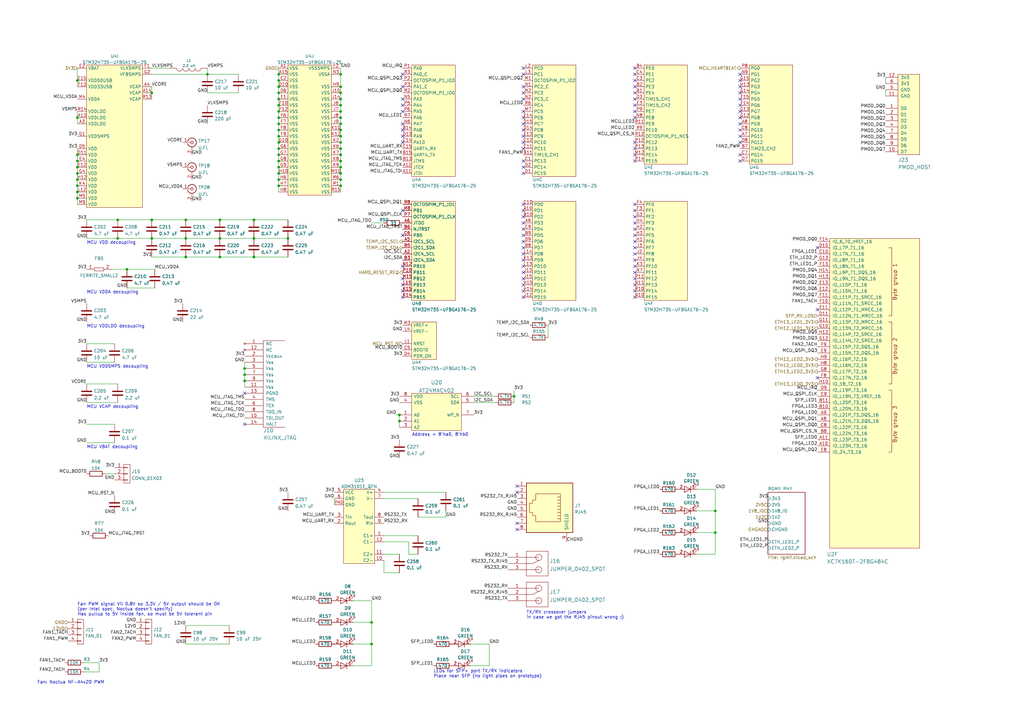
<source format=kicad_sch>
(kicad_sch (version 20211123) (generator eeschema)
  (paper "A3")
  (title_block (date "2023-06-24") (rev "0.1") (company "Antikernel Labs") (comment 1 "Andrew D. Zonenberg"))
  (lib_symbols
    (symbol "conn:CONN_01X03" (pin_names (offset 1.016) hide)
      (property "Reference" "J" (at 0 5.08 0))
      (property "Value" "CONN_01X03" (at 2.54 0 90))
      (symbol "CONN_01X03_1_1"
        (pin passive line (at -5.08 2.54 0) (length 3.81) (name "P1") (number "1"))
        (pin passive line (at -5.08 0 0) (length 3.81) (name "P2") (number "2"))
        (pin passive line (at -5.08 -2.54 0) (length 3.81) (name "P3") (number "3"))
      )
    )
    (symbol "conn:CONN_01X04" (pin_names (offset 1.016) hide)
      (property "Reference" "J" (at 0 6.35 0))
      (property "Value" "CONN_01X04" (at 2.54 0 90))
      (symbol "CONN_01X04_1_1"
        (pin passive line (at -5.08 3.81 0) (length 3.81) (name "P1") (number "1"))
        (pin passive line (at -5.08 1.27 0) (length 3.81) (name "P2") (number "2"))
        (pin passive line (at -5.08 -1.27 0) (length 3.81) (name "P3") (number "3"))
        (pin passive line (at -5.08 -3.81 0) (length 3.81) (name "P4") (number "4"))
      )
    )
    (symbol "conn:CONN_COAXIAL" (pin_names (offset 1.016) hide)
      (property "Reference" "J" (at 0.254 3.048 0))
      (property "Value" "CONN_COAXIAL" (at 2.921 0 90))
      (symbol "CONN_COAXIAL_1_1"
        (pin passive line (at -3.81 0 0) (length 2.54) (name "In") (number "1"))
        (pin passive line (at 0 -5.08 90) (length 2.54) (name "Ext") (number "2"))
      )
    )
    (symbol "conn:RJ45" (pin_names (offset 1.016))
      (property "Reference" "J" (at 5.08 12.7 0))
      (property "Value" "RJ45" (at -3.81 12.7 0))
      (symbol "RJ45_1_1"
        (pin passive line (at -8.89 -11.43 90) (length 3.81) (name "~") (number "1"))
        (pin passive line (at -6.35 -11.43 90) (length 3.81) (name "~") (number "2"))
        (pin passive line (at -3.81 -11.43 90) (length 3.81) (name "~") (number "3"))
        (pin passive line (at -1.27 -11.43 90) (length 3.81) (name "~") (number "4"))
        (pin passive line (at 1.27 -11.43 90) (length 3.81) (name "~") (number "5"))
        (pin passive line (at 3.81 -11.43 90) (length 3.81) (name "~") (number "6"))
        (pin passive line (at 6.35 -11.43 90) (length 3.81) (name "~") (number "7"))
        (pin passive line (at 8.89 -11.43 90) (length 3.81) (name "~") (number "8"))
        (pin passive line (at 13.97 8.89 180) (length 3.81) (name "SHIELD") (number "9"))
      )
    )
    (symbol "device:C" (pin_numbers hide) (pin_names (offset 0.254))
      (property "Reference" "C" (at 0.635 2.54 0))
      (property "Value" "C" (at 0.635 -2.54 0))
      (symbol "C_1_1"
        (pin passive line (at 0 3.81 270) (length 2.794) (name "~") (number "1"))
        (pin passive line (at 0 -3.81 90) (length 2.794) (name "~") (number "2"))
      )
    )
    (symbol "device:LED" (pin_names (offset 1.016) hide)
      (property "Reference" "D" (at 0 2.54 0))
      (property "Value" "LED" (at 0 -2.54 0))
      (symbol "LED_1_1"
        (pin passive line (at -3.81 0 0) (length 2.54) (name "K") (number "1"))
        (pin passive line (at 3.81 0 180) (length 2.54) (name "A") (number "2"))
      )
    )
    (symbol "device:R" (pin_numbers hide) (pin_names (offset 0))
      (property "Reference" "R" (at 2.032 0 90))
      (property "Value" "R" (at 0 0 90))
      (symbol "R_1_1"
        (pin passive line (at 0 3.81 270) (length 1.27) (name "~") (number "1"))
        (pin passive line (at 0 -3.81 90) (length 1.27) (name "~") (number "2"))
      )
    )
    (symbol "memory-azonenberg:24Cxx-DFN8" (pin_names (offset 0.762))
      (property "Reference" "U" (at 13.97 16.51 0))
      (property "Value" "24Cxx-DFN8" (at 17.78 -1.27 0))
      (symbol "24Cxx-DFN8_1_1"
        (pin input line (at -5.08 6.35 0) (length 5.08) (name "A0") (number "1"))
        (pin input line (at -5.08 3.81 0) (length 5.08) (name "A1") (number "2"))
        (pin input line (at -5.08 1.27 0) (length 5.08) (name "A2") (number "3"))
        (pin power_in line (at -5.08 11.43 0) (length 5.08) (name "VSS") (number "4"))
        (pin bidirectional line (at 25.4 11.43 180) (length 5.08) (name "SDA") (number "5"))
        (pin input line (at 25.4 13.97 180) (length 5.08) (name "SCL") (number "6"))
        (pin input line (at 25.4 6.35 180) (length 5.08) (name "WP_N") (number "7"))
        (pin power_in line (at -5.08 13.97 0) (length 5.08) (name "VDD") (number "8"))
      )
    )
    (symbol "passive-azonenberg:FERRITE_SMALL2" (pin_names (offset 1.016))
      (property "Reference" "FB" (at 0 2.54 0))
      (property "Value" "FERRITE_SMALL2" (at 0 -2.54 0))
      (symbol "FERRITE_SMALL2_1_1"
        (pin input line (at -5.08 0 0) (length 3.175) (name "~") (number "1"))
        (pin power_out line (at 5.08 0 180) (length 3.175) (name "~") (number "2"))
      )
    )
    (symbol "passive-azonenberg:INDUCTOR_PWROUT" (pin_numbers hide) (pin_names (offset 1.016) hide)
      (property "Reference" "L" (at -1.27 0 90))
      (property "Value" "INDUCTOR_PWROUT" (at 2.54 0 90))
      (symbol "INDUCTOR_PWROUT_1_1"
        (pin power_out line (at 0 7.62 270) (length 2.54) (name "1") (number "1"))
        (pin passive line (at 0 -7.62 90) (length 2.54) (name "2") (number "2"))
      )
    )
    (symbol "special-azonenberg:ADM3101E_QFN"
      (property "Reference" "U" (at 0 -1.27 0))
      (property "Value" "ADM3101E_QFN" (at 0 -3.81 0))
      (symbol "ADM3101E_QFN_1_1"
        (pin passive line (at 16.51 11.43 180) (length 3.81) (name "C1+") (number "1"))
        (pin passive line (at 16.51 1.27 180) (length 3.81) (name "C2-") (number "10"))
        (pin passive line (at 16.51 3.81 180) (length 3.81) (name "C2+") (number "11"))
        (pin passive line (at 16.51 8.89 180) (length 3.81) (name "C1-") (number "12"))
        (pin output line (at -3.81 16.51 0) (length 3.81) (name "Rout") (number "2"))
        (pin input line (at -3.81 19.05 0) (length 3.81) (name "Tin") (number "3"))
        (pin power_out line (at 16.51 29.21 180) (length 3.81) (name "V+") (number "4"))
        (pin power_in line (at -3.81 29.21 0) (length 3.81) (name "VCC") (number "5"))
        (pin power_in line (at -3.81 26.67 0) (length 3.81) (name "GND") (number "6"))
        (pin power_out line (at 16.51 26.67 180) (length 3.81) (name "V-") (number "7"))
        (pin output line (at 16.51 19.05 180) (length 3.81) (name "Tout") (number "8"))
        (pin input line (at 16.51 16.51 180) (length 3.81) (name "Rin") (number "9"))
        (pin power_in line (at -3.81 24.13 0) (length 3.81) (name "GND") (number "PAD"))
      )
    )
    (symbol "special-azonenberg:JUMPER_0402_SPDT" (pin_names (offset 1.016))
      (property "Reference" "J" (at 0 -1.27 0))
      (property "Value" "JUMPER_0402_SPDT" (at 0 -3.81 0))
      (symbol "JUMPER_0402_SPDT_1_1"
        (pin passive line (at 7.62 7.62 180) (length 7.62) (name "~") (number "1"))
        (pin passive line (at 7.62 5.08 180) (length 7.62) (name "~") (number "2"))
        (pin passive line (at 7.62 2.54 180) (length 7.62) (name "~") (number "3"))
      )
    )
    (symbol "special-azonenberg:PMOD_HOST" (pin_names (offset 1.016))
      (property "Reference" "J" (at 0 -1.27 0))
      (property "Value" "PMOD_HOST" (at 0 -3.81 0))
      (symbol "PMOD_HOST_1_1"
        (pin bidirectional line (at -5.08 19.05 0) (length 5.08) (name "D0") (number "1"))
        (pin bidirectional line (at -5.08 1.27 0) (length 5.08) (name "D7") (number "10"))
        (pin power_in line (at -5.08 24.13 0) (length 5.08) (name "GND") (number "11"))
        (pin power_in line (at -5.08 31.75 0) (length 5.08) (name "3V3") (number "12"))
        (pin bidirectional line (at -5.08 16.51 0) (length 5.08) (name "D1") (number "2"))
        (pin bidirectional line (at -5.08 13.97 0) (length 5.08) (name "D2") (number "3"))
        (pin bidirectional line (at -5.08 11.43 0) (length 5.08) (name "D3") (number "4"))
        (pin power_in line (at -5.08 26.67 0) (length 5.08) (name "GND") (number "5"))
        (pin power_in line (at -5.08 29.21 0) (length 5.08) (name "3V3") (number "6"))
        (pin bidirectional line (at -5.08 8.89 0) (length 5.08) (name "D4") (number "7"))
        (pin bidirectional line (at -5.08 6.35 0) (length 5.08) (name "D5") (number "8"))
        (pin bidirectional line (at -5.08 3.81 0) (length 5.08) (name "D6") (number "9"))
      )
    )
    (symbol "st-azonenberg:STM32H735-UFBGA176-25"
      (property "Reference" "U" (at 0 -1.27 0))
      (property "Value" "STM32H735-UFBGA176-25" (at 0 -3.81 0))
      (symbol "STM32H735-UFBGA176-25_1_1"
        (pin bidirectional line (at -3.81 1.27 0) (length 3.81) (name "PA15") (number "A11") (alternate "JTDI" input line))
        (pin bidirectional line (at -3.81 3.81 0) (length 3.81) (name "PA14") (number "A12") (alternate "JTCK" input line))
        (pin bidirectional line (at -3.81 6.35 0) (length 3.81) (name "PA13") (number "B13") (alternate "JTMS" input line))
        (pin bidirectional line (at -3.81 19.05 0) (length 3.81) (name "PA8") (number "B14"))
        (pin bidirectional line (at -3.81 8.89 0) (length 3.81) (name "PA12") (number "B15") (alternate "UART4_TX" output line))
        (pin bidirectional line (at -3.81 13.97 0) (length 3.81) (name "PA10") (number "C14"))
        (pin bidirectional line (at -3.81 11.43 0) (length 3.81) (name "PA11") (number "C15") (alternate "UART4_RX" input line))
        (pin bidirectional line (at -3.81 16.51 0) (length 3.81) (name "PA9") (number "D13"))
        (pin bidirectional line (at -3.81 31.75 0) (length 3.81) (name "PA3") (number "N5") (alternate "OCTOSPIM_P1_CLK" output line) (alternate "OCTOSPIM_P1_IO2" bidirectional line) (alternate "TIM15_CH2" bidirectional line))
        (pin bidirectional line (at -3.81 21.59 0) (length 3.81) (name "PA7") (number "N6") (alternate "OCTOSPIM_P1_IO2" bidirectional line))
        (pin bidirectional line (at -3.81 44.45 0) (length 3.81) (name "PA0") (number "P1") (alternate "UART4_TX" output line))
        (pin bidirectional line (at -3.81 39.37 0) (length 3.81) (name "PA1") (number "P2") (alternate "OCTOSPIM_P1_IO3" bidirectional line) (alternate "UART4_RX" input line))
        (pin bidirectional line (at -3.81 36.83 0) (length 3.81) (name "PA1_C") (number "P3"))
        (pin bidirectional line (at -3.81 29.21 0) (length 3.81) (name "PA4") (number "P5"))
        (pin bidirectional line (at -3.81 26.67 0) (length 3.81) (name "PA5") (number "P6"))
        (pin bidirectional line (at -3.81 34.29 0) (length 3.81) (name "PA2") (number "R2") (alternate "OCTOSPIM_P1_IO0" bidirectional line) (alternate "TIM15_CH1" bidirectional line))
        (pin bidirectional line (at -3.81 41.91 0) (length 3.81) (name "PA0_C") (number "R3"))
        (pin bidirectional line (at -3.81 24.13 0) (length 3.81) (name "PA6") (number "R7") (alternate "OCTOSPIM_P1_IO3" bidirectional line))
      )
      (symbol "STM32H735-UFBGA176-25_2_1"
        (pin bidirectional line (at -3.81 19.05 0) (length 3.81) (name "PB8") (number "A2") (alternate "I2C1_SCL" bidirectional line) (alternate "I2C4_SCL" bidirectional line) (alternate "UART4_RX" input line))
        (pin bidirectional line (at -3.81 24.13 0) (length 3.81) (name "PB6") (number "A5") (alternate "I2C1_SCL" bidirectional line) (alternate "I2C4_SCL" bidirectional line) (alternate "OCTOSPIM_P1_NCS" bidirectional line))
        (pin bidirectional line (at -3.81 31.75 0) (length 3.81) (name "PB3") (number "A6") (alternate "JTDO" output line))
        (pin bidirectional line (at -3.81 16.51 0) (length 3.81) (name "PB9") (number "B3") (alternate "I2C1_SDA" bidirectional line) (alternate "I2C4_SDA" bidirectional line) (alternate "UART4_TX" output line))
        (pin bidirectional line (at -3.81 21.59 0) (length 3.81) (name "PB7") (number "B5") (alternate "I2C1_SDA" bidirectional line) (alternate "I2C4_SDA" bidirectional line))
        (pin bidirectional line (at -3.81 29.21 0) (length 3.81) (name "PB4") (number "B6") (alternate "NJTRST" bidirectional line))
        (pin bidirectional line (at -3.81 26.67 0) (length 3.81) (name "PB5") (number "C6"))
        (pin bidirectional line (at -3.81 1.27 0) (length 3.81) (name "PB15") (number "K14"))
        (pin bidirectional line (at -3.81 3.81 0) (length 3.81) (name "PB14") (number "K15"))
        (pin bidirectional line (at -3.81 6.35 0) (length 3.81) (name "PB13") (number "L15") (alternate "OCTOSPIM_P1_IO2" bidirectional line))
        (pin bidirectional line (at -3.81 8.89 0) (length 3.81) (name "PB12") (number "M15") (alternate "OCTOSPIM_P1_IO0" bidirectional line))
        (pin bidirectional line (at -3.81 36.83 0) (length 3.81) (name "PB1") (number "M8") (alternate "OCTOSPIM_P1_IO0" bidirectional line))
        (pin bidirectional line (at -3.81 13.97 0) (length 3.81) (name "PB10") (number "N12") (alternate "I2C2_SCL" output line) (alternate "OCTOSPIM_P1_NCS" bidirectional line))
        (pin bidirectional line (at -3.81 11.43 0) (length 3.81) (name "PB11") (number "P10") (alternate "I2C2_SDA" bidirectional line))
        (pin bidirectional line (at -3.81 34.29 0) (length 3.81) (name "PB2") (number "P7") (alternate "OCTOSPIM_P1_CLK" output line))
        (pin bidirectional line (at -3.81 39.37 0) (length 3.81) (name "PB0") (number "R8") (alternate "OCTOSPIM_P1_IO1" bidirectional line))
      )
      (symbol "STM32H735-UFBGA176-25_3_1"
        (pin bidirectional line (at -3.81 8.89 0) (length 3.81) (name "PC12") (number "B11") (alternate "TIM15_CH1" bidirectional line))
        (pin bidirectional line (at -3.81 6.35 0) (length 3.81) (name "PC13") (number "C1"))
        (pin bidirectional line (at -3.81 11.43 0) (length 3.81) (name "PC11") (number "C11") (alternate "OCTOSPIM_P1_NCS" bidirectional line) (alternate "UART4_RX" input line))
        (pin bidirectional line (at -3.81 13.97 0) (length 3.81) (name "PC10") (number "C12") (alternate "OCTOSPIM_P1_IO1" bidirectional line) (alternate "UART4_TX" output line))
        (pin bidirectional line (at -3.81 1.27 0) (length 3.81) (name "PC15") (number "D1"))
        (pin bidirectional line (at -3.81 19.05 0) (length 3.81) (name "PC8") (number "D14"))
        (pin bidirectional line (at -3.81 21.59 0) (length 3.81) (name "PC7") (number "D15"))
        (pin bidirectional line (at -3.81 3.81 0) (length 3.81) (name "PC14") (number "D2"))
        (pin bidirectional line (at -3.81 16.51 0) (length 3.81) (name "PC9") (number "E13") (alternate "OCTOSPIM_P1_IO0" bidirectional line))
        (pin bidirectional line (at -3.81 24.13 0) (length 3.81) (name "PC6") (number "E14"))
        (pin bidirectional line (at -3.81 44.45 0) (length 3.81) (name "PC0") (number "L2"))
        (pin bidirectional line (at -3.81 41.91 0) (length 3.81) (name "PC1") (number "L3"))
        (pin bidirectional line (at -3.81 39.37 0) (length 3.81) (name "PC2") (number "M1") (alternate "OCTOSPIM_P1_IO2" bidirectional line))
        (pin bidirectional line (at -3.81 34.29 0) (length 3.81) (name "PC3") (number "M2"))
        (pin bidirectional line (at -3.81 26.67 0) (length 3.81) (name "PC5") (number "M7"))
        (pin bidirectional line (at -3.81 36.83 0) (length 3.81) (name "PC2_C") (number "N1"))
        (pin bidirectional line (at -3.81 31.75 0) (length 3.81) (name "PC3_C") (number "N2"))
        (pin bidirectional line (at -3.81 29.21 0) (length 3.81) (name "PC4") (number "R6"))
      )
      (symbol "STM32H735-UFBGA176-25_4_1"
        (pin bidirectional line (at -3.81 36.83 0) (length 3.81) (name "PD1") (number "A10") (alternate "UART4_TX" output line))
        (pin bidirectional line (at -3.81 31.75 0) (length 3.81) (name "PD3") (number "A9"))
        (pin bidirectional line (at -3.81 34.29 0) (length 3.81) (name "PD2") (number "B10"))
        (pin bidirectional line (at -3.81 21.59 0) (length 3.81) (name "PD7") (number "B8"))
        (pin bidirectional line (at -3.81 26.67 0) (length 3.81) (name "PD5") (number "B9"))
        (pin bidirectional line (at -3.81 39.37 0) (length 3.81) (name "PD0") (number "C10") (alternate "UART4_RX" input line))
        (pin bidirectional line (at -3.81 29.21 0) (length 3.81) (name "PD4") (number "C9"))
        (pin bidirectional line (at -3.81 24.13 0) (length 3.81) (name "PD6") (number "D9"))
        (pin bidirectional line (at -3.81 3.81 0) (length 3.81) (name "PD14") (number "H14"))
        (pin bidirectional line (at -3.81 6.35 0) (length 3.81) (name "PD13") (number "H15") (alternate "I2C4_SDA" bidirectional line) (alternate "OCTOSPIM_P1_IO3" bidirectional line))
        (pin bidirectional line (at -3.81 1.27 0) (length 3.81) (name "PD15") (number "J12"))
        (pin bidirectional line (at -3.81 11.43 0) (length 3.81) (name "PD11") (number "J13") (alternate "OCTOSPIM_P1_IO0" bidirectional line))
        (pin bidirectional line (at -3.81 8.89 0) (length 3.81) (name "PD12") (number "J15") (alternate "I2C4_SCL" bidirectional line) (alternate "OCTOSPIM_P1_IO1" bidirectional line))
        (pin bidirectional line (at -3.81 16.51 0) (length 3.81) (name "PD9") (number "K13"))
        (pin bidirectional line (at -3.81 13.97 0) (length 3.81) (name "PD10") (number "L13"))
        (pin bidirectional line (at -3.81 19.05 0) (length 3.81) (name "PD8") (number "L14"))
      )
      (symbol "STM32H735-UFBGA176-25_5_1"
        (pin bidirectional line (at -3.81 29.21 0) (length 3.81) (name "PE4") (number "B1"))
        (pin bidirectional line (at -3.81 31.75 0) (length 3.81) (name "PE3") (number "B2"))
        (pin bidirectional line (at -3.81 39.37 0) (length 3.81) (name "PE0") (number "B4"))
        (pin bidirectional line (at -3.81 34.29 0) (length 3.81) (name "PE2") (number "C3") (alternate "OCTOSPIM_P1_IO2" bidirectional line))
        (pin bidirectional line (at -3.81 36.83 0) (length 3.81) (name "PE1") (number "C4"))
        (pin bidirectional line (at -3.81 26.67 0) (length 3.81) (name "PE5") (number "D3") (alternate "TIM15_CH1" bidirectional line))
        (pin bidirectional line (at -3.81 24.13 0) (length 3.81) (name "PE6") (number "E3") (alternate "TIM15_CH2" bidirectional line))
        (pin bidirectional line (at -3.81 3.81 0) (length 3.81) (name "PE14") (number "M12"))
        (pin bidirectional line (at -3.81 19.05 0) (length 3.81) (name "PE8") (number "N8"))
        (pin bidirectional line (at -3.81 8.89 0) (length 3.81) (name "PE12") (number "P12"))
        (pin bidirectional line (at -3.81 6.35 0) (length 3.81) (name "PE13") (number "P13"))
        (pin bidirectional line (at -3.81 1.27 0) (length 3.81) (name "PE15") (number "P14"))
        (pin bidirectional line (at -3.81 21.59 0) (length 3.81) (name "PE7") (number "P9"))
        (pin bidirectional line (at -3.81 16.51 0) (length 3.81) (name "PE9") (number "R11"))
        (pin bidirectional line (at -3.81 11.43 0) (length 3.81) (name "PE11") (number "R12") (alternate "OCTOSPIM_P1_NCS" bidirectional line))
        (pin bidirectional line (at -3.81 13.97 0) (length 3.81) (name "PE10") (number "R9"))
      )
      (symbol "STM32H735-UFBGA176-25_6_1"
        (pin bidirectional line (at -3.81 36.83 0) (length 3.81) (name "PF1") (number "F3") (alternate "I2C2_SCL" output line) (alternate "TIM23_CH2" bidirectional line))
        (pin bidirectional line (at -3.81 39.37 0) (length 3.81) (name "PF0") (number "F4") (alternate "I2C2_SDA" bidirectional line))
        (pin bidirectional line (at -3.81 34.29 0) (length 3.81) (name "PF2") (number "G3"))
        (pin bidirectional line (at -3.81 24.13 0) (length 3.81) (name "PF6") (number "H1") (alternate "OCTOSPIM_P1_IO3" bidirectional line))
        (pin bidirectional line (at -3.81 29.21 0) (length 3.81) (name "PF4") (number "H2"))
        (pin bidirectional line (at -3.81 26.67 0) (length 3.81) (name "PF5") (number "H3"))
        (pin bidirectional line (at -3.81 31.75 0) (length 3.81) (name "PF3") (number "H4"))
        (pin bidirectional line (at -3.81 19.05 0) (length 3.81) (name "PF8") (number "J2") (alternate "OCTOSPIM_P1_IO0" bidirectional line))
        (pin bidirectional line (at -3.81 21.59 0) (length 3.81) (name "PF7") (number "J3") (alternate "OCTOSPIM_P1_IO2" bidirectional line) (alternate "TIM23_CH2" bidirectional line))
        (pin bidirectional line (at -3.81 16.51 0) (length 3.81) (name "PF9") (number "J4") (alternate "OCTOSPIM_P1_IO1" bidirectional line))
        (pin bidirectional line (at -3.81 13.97 0) (length 3.81) (name "PF10") (number "K3") (alternate "OCTOSPIM_P1_CLK" output line))
        (pin bidirectional line (at -3.81 1.27 0) (length 3.81) (name "PF15") (number "N10") (alternate "I2C4_SDA" bidirectional line))
        (pin bidirectional line (at -3.81 6.35 0) (length 3.81) (name "PF13") (number "N11"))
        (pin bidirectional line (at -3.81 11.43 0) (length 3.81) (name "PF11") (number "N7"))
        (pin bidirectional line (at -3.81 8.89 0) (length 3.81) (name "PF12") (number "P11"))
        (pin bidirectional line (at -3.81 3.81 0) (length 3.81) (name "PF14") (number "R10") (alternate "I2C4_SCL" output line))
      )
      (symbol "STM32H735-UFBGA176-25_7_1"
        (pin bidirectional line (at -3.81 11.43 0) (length 3.81) (name "PG11") (number "A7"))
        (pin bidirectional line (at -3.81 16.51 0) (length 3.81) (name "PG9") (number "A8"))
        (pin bidirectional line (at -3.81 6.35 0) (length 3.81) (name "PG13") (number "B7") (alternate "TIM23_CH2" bidirectional line))
        (pin bidirectional line (at -3.81 3.81 0) (length 3.81) (name "PG14") (number "C7"))
        (pin bidirectional line (at -3.81 13.97 0) (length 3.81) (name "PG10") (number "C8"))
        (pin bidirectional line (at -3.81 1.27 0) (length 3.81) (name "PG15") (number "D7"))
        (pin bidirectional line (at -3.81 8.89 0) (length 3.81) (name "PG12") (number "D8"))
        (pin bidirectional line (at -3.81 24.13 0) (length 3.81) (name "PG6") (number "F14") (alternate "OCTOSPIM_P1_NCS" bidirectional line))
        (pin bidirectional line (at -3.81 26.67 0) (length 3.81) (name "PG5") (number "F15"))
        (pin bidirectional line (at -3.81 19.05 0) (length 3.81) (name "PG8") (number "G12"))
        (pin bidirectional line (at -3.81 21.59 0) (length 3.81) (name "PG7") (number "G13"))
        (pin bidirectional line (at -3.81 29.21 0) (length 3.81) (name "PG4") (number "G14"))
        (pin bidirectional line (at -3.81 34.29 0) (length 3.81) (name "PG2") (number "G15"))
        (pin bidirectional line (at -3.81 31.75 0) (length 3.81) (name "PG3") (number "H13"))
        (pin bidirectional line (at -3.81 36.83 0) (length 3.81) (name "PG1") (number "N9"))
        (pin bidirectional line (at -3.81 39.37 0) (length 3.81) (name "PG0") (number "P8"))
      )
      (symbol "STM32H735-UFBGA176-25_8_1"
        (pin bidirectional line (at -3.81 3.81 0) (length 3.81) (name "PH14") (number "B12") (alternate "UART4_RX" input line))
        (pin bidirectional line (at -3.81 6.35 0) (length 3.81) (name "PH13") (number "C13") (alternate "UART4_TX" output line))
        (pin bidirectional line (at -3.81 1.27 0) (length 3.81) (name "PH15") (number "D12"))
        (pin bidirectional line (at -3.81 39.37 0) (length 3.81) (name "PH0") (number "J1"))
        (pin bidirectional line (at -3.81 36.83 0) (length 3.81) (name "PH1") (number "K1"))
        (pin bidirectional line (at -3.81 21.59 0) (length 3.81) (name "PH7") (number "M11"))
        (pin bidirectional line (at -3.81 11.43 0) (length 3.81) (name "PH11") (number "M13") (alternate "I2C4_SCL" bidirectional line))
        (pin bidirectional line (at -3.81 16.51 0) (length 3.81) (name "PH9") (number "M14"))
        (pin bidirectional line (at -3.81 19.05 0) (length 3.81) (name "PH8") (number "N13"))
        (pin bidirectional line (at -3.81 13.97 0) (length 3.81) (name "PH10") (number "N14"))
        (pin bidirectional line (at -3.81 8.89 0) (length 3.81) (name "PH12") (number "N15") (alternate "I2C4_SDA" bidirectional line))
        (pin bidirectional line (at -3.81 34.29 0) (length 3.81) (name "PH2") (number "N4"))
        (pin bidirectional line (at -3.81 24.13 0) (length 3.81) (name "PH6") (number "P15"))
        (pin bidirectional line (at -3.81 29.21 0) (length 3.81) (name "PH4") (number "P4") (alternate "I2C2_SCL" output line))
        (pin bidirectional line (at -3.81 31.75 0) (length 3.81) (name "PH3") (number "R4"))
        (pin bidirectional line (at -3.81 26.67 0) (length 3.81) (name "PH5") (number "R5") (alternate "I2C2_SDA" bidirectional line))
      )
      (symbol "STM32H735-UFBGA176-25_9_1"
        (pin power_in line (at -3.81 36.83 0) (length 3.81) (name "VDDLDO") (number "A13"))
        (pin power_in line (at 26.67 46.99 180) (length 3.81) (name "VCAP") (number "A14"))
        (pin power_in line (at -3.81 34.29 0) (length 3.81) (name "VDDLDO") (number "A3"))
        (pin power_out line (at 26.67 49.53 180) (length 3.81) (name "VCAP") (number "A4"))
        (pin power_in line (at -3.81 21.59 0) (length 3.81) (name "VDD") (number "D11"))
        (pin power_in line (at -3.81 24.13 0) (length 3.81) (name "VDD") (number "D5"))
        (pin power_in line (at -3.81 16.51 0) (length 3.81) (name "VDD") (number "E12"))
        (pin power_in line (at -3.81 52.07 0) (length 3.81) (name "VDD50USB") (number "E15"))
        (pin power_in line (at -3.81 57.15 0) (length 3.81) (name "VBAT") (number "E2"))
        (pin power_in line (at -3.81 19.05 0) (length 3.81) (name "VDD") (number "E4"))
        (pin power_out line (at 26.67 57.15 180) (length 3.81) (name "VLXSMPS") (number "F1"))
        (pin power_in line (at -3.81 49.53 0) (length 3.81) (name "VDD33USB") (number "F13"))
        (pin power_in line (at -3.81 29.21 0) (length 3.81) (name "VDDSMPS") (number "G1"))
        (pin power_in line (at 26.67 54.61 180) (length 3.81) (name "VFBSMPS") (number "G2"))
        (pin power_in line (at -3.81 13.97 0) (length 3.81) (name "VDD") (number "G4"))
        (pin power_in line (at -3.81 11.43 0) (length 3.81) (name "VDD") (number "H12"))
        (pin power_in line (at -3.81 8.89 0) (length 3.81) (name "VDD") (number "K4"))
        (pin power_in line (at -3.81 6.35 0) (length 3.81) (name "VDD") (number "L12"))
        (pin power_in line (at -3.81 44.45 0) (length 3.81) (name "VDDA") (number "M4"))
        (pin power_in line (at -3.81 3.81 0) (length 3.81) (name "VDD") (number "M5"))
        (pin power_in line (at -3.81 1.27 0) (length 3.81) (name "VDD") (number "M9"))
        (pin power_in line (at 26.67 44.45 180) (length 3.81) (name "VCAP") (number "R13"))
        (pin power_in line (at -3.81 39.37 0) (length 3.81) (name "VDDLDO") (number "R14"))
      )
      (symbol "STM32H735-UFBGA176-25_10_1"
        (pin power_in line (at -3.81 52.07 0) (length 3.81) (name "VSS") (number "A1"))
        (pin power_in line (at -3.81 49.53 0) (length 3.81) (name "VSS") (number "A15"))
        (pin power_in line (at -3.81 46.99 0) (length 3.81) (name "VSS") (number "C2"))
        (pin power_in line (at -3.81 44.45 0) (length 3.81) (name "VSS") (number "D10"))
        (pin power_in line (at -3.81 41.91 0) (length 3.81) (name "VSS") (number "D6"))
        (pin power_in line (at -3.81 39.37 0) (length 3.81) (name "VSS") (number "E1"))
        (pin power_in line (at -3.81 36.83 0) (length 3.81) (name "VSS") (number "F10"))
        (pin power_in line (at -3.81 34.29 0) (length 3.81) (name "VSS") (number "F12"))
        (pin power_in line (at 21.59 52.07 180) (length 3.81) (name "VSSSMPS") (number "F2"))
        (pin power_in line (at -3.81 31.75 0) (length 3.81) (name "VSS") (number "F6"))
        (pin power_in line (at -3.81 29.21 0) (length 3.81) (name "VSS") (number "F7"))
        (pin power_in line (at -3.81 26.67 0) (length 3.81) (name "VSS") (number "F8"))
        (pin power_in line (at -3.81 24.13 0) (length 3.81) (name "VSS") (number "F9"))
        (pin power_in line (at -3.81 21.59 0) (length 3.81) (name "VSS") (number "G10"))
        (pin power_in line (at -3.81 19.05 0) (length 3.81) (name "VSS") (number "G6"))
        (pin power_in line (at -3.81 16.51 0) (length 3.81) (name "VSS") (number "G7"))
        (pin power_in line (at -3.81 13.97 0) (length 3.81) (name "VSS") (number "G8"))
        (pin power_in line (at -3.81 11.43 0) (length 3.81) (name "VSS") (number "G9"))
        (pin power_in line (at -3.81 8.89 0) (length 3.81) (name "VSS") (number "H10"))
        (pin power_in line (at -3.81 6.35 0) (length 3.81) (name "VSS") (number "H6"))
        (pin power_in line (at -3.81 3.81 0) (length 3.81) (name "VSS") (number "H7"))
        (pin power_in line (at -3.81 1.27 0) (length 3.81) (name "VSS") (number "H8"))
        (pin power_in line (at 21.59 44.45 180) (length 3.81) (name "VSS") (number "H9"))
        (pin power_in line (at 21.59 41.91 180) (length 3.81) (name "VSS") (number "J10"))
        (pin power_in line (at 21.59 39.37 180) (length 3.81) (name "VSS") (number "J14"))
        (pin power_in line (at 21.59 36.83 180) (length 3.81) (name "VSS") (number "J6"))
        (pin power_in line (at 21.59 34.29 180) (length 3.81) (name "VSS") (number "J7"))
        (pin power_in line (at 21.59 31.75 180) (length 3.81) (name "VSS") (number "J8"))
        (pin power_in line (at 21.59 29.21 180) (length 3.81) (name "VSS") (number "J9"))
        (pin power_in line (at 21.59 26.67 180) (length 3.81) (name "VSS") (number "K10"))
        (pin power_in line (at 21.59 24.13 180) (length 3.81) (name "VSS") (number "K12"))
        (pin power_in line (at 21.59 21.59 180) (length 3.81) (name "VSS") (number "K2"))
        (pin power_in line (at 21.59 19.05 180) (length 3.81) (name "VSS") (number "K6"))
        (pin power_in line (at 21.59 16.51 180) (length 3.81) (name "VSS") (number "K7"))
        (pin power_in line (at 21.59 13.97 180) (length 3.81) (name "VSS") (number "K8"))
        (pin power_in line (at 21.59 11.43 180) (length 3.81) (name "VSS") (number "K9"))
        (pin power_in line (at 21.59 8.89 180) (length 3.81) (name "VSS") (number "M10"))
        (pin power_in line (at 21.59 6.35 180) (length 3.81) (name "VSS") (number "M6"))
        (pin power_in line (at 21.59 49.53 180) (length 3.81) (name "VSSA") (number "N3"))
        (pin power_in line (at 21.59 3.81 180) (length 3.81) (name "VSS") (number "R1"))
        (pin power_in line (at 21.59 1.27 180) (length 3.81) (name "VSS") (number "R15"))
      )
      (symbol "STM32H735-UFBGA176-25_11_1"
        (pin input line (at -3.81 3.81 0) (length 3.81) (name "BOOT0") (number "C5"))
        (pin input line (at -3.81 1.27 0) (length 3.81) (name "PDR_ON") (number "D4"))
        (pin input line (at -3.81 6.35 0) (length 3.81) (name "NRST") (number "L1"))
        (pin input line (at -3.81 11.43 0) (length 3.81) (name "VREF-") (number "L4"))
        (pin input line (at -3.81 13.97 0) (length 3.81) (name "VREF+") (number "M3"))
      )
    )
    (symbol "xilinx-azonenberg:XC7KxT-FBG484" (pin_names (offset 1.016))
      (property "Reference" "U" (at 0 -2.54 0))
      (property "Value" "XC7KxT-FBG484" (at 27.94 -2.54 0))
      (symbol "XC7KxT-FBG484_1_1"
        (pin bidirectional line (at -5.08 22.86 0) (length 5.08) (name "CCLK") (number "G7"))
        (pin input line (at -5.08 2.54 0) (length 5.08) (name "M1") (number "H6"))
        (pin input line (at -5.08 5.08 0) (length 5.08) (name "M0") (number "H7"))
        (pin input line (at -5.08 0 0) (length 5.08) (name "M2") (number "J5"))
        (pin output line (at -5.08 33.02 0) (length 5.08) (name "TDO") (number "J6"))
        (pin input line (at -5.08 30.48 0) (length 5.08) (name "TDI") (number "K6"))
        (pin input line (at -5.08 35.56 0) (length 5.08) (name "TCK") (number "K7"))
        (pin power_in line (at -5.08 48.26 0) (length 5.08) (name "XADC_VREF_N") (number "L11"))
        (pin power_in line (at -5.08 58.42 0) (length 5.08) (name "XADC_VP") (number "L12"))
        (pin input line (at -5.08 27.94 0) (length 5.08) (name "TMS") (number "L6"))
        (pin bidirectional line (at -5.08 15.24 0) (length 5.08) (name "INIT_B") (number "L7"))
        (pin power_in line (at -5.08 55.88 0) (length 5.08) (name "XADC_VN") (number "M11"))
        (pin power_in line (at -5.08 50.8 0) (length 5.08) (name "XADC_VREF_P") (number "M12"))
        (pin input line (at -5.08 12.7 0) (length 5.08) (name "PROG_B") (number "M6"))
        (pin input line (at -5.08 7.62 0) (length 5.08) (name "CFGBVS") (number "M7"))
        (pin passive line (at -5.08 43.18 0) (length 5.08) (name "THERMAL_D_N") (number "N11"))
        (pin passive line (at -5.08 40.64 0) (length 5.08) (name "THERMAL_D_P") (number "N12"))
        (pin output line (at -5.08 17.78 0) (length 5.08) (name "DONE") (number "P6"))
      )
      (symbol "XC7KxT-FBG484_2_0"
        (text "1.0V" (at 15.24 93.98 900) (effects (font (size 1.524 1.524))))
        (text "1.2V" (at 15.24 59.69 900) (effects (font (size 1.524 1.524))))
        (text "1.5V" (at 15.24 21.59 0) (effects (font (size 1.524 1.524))))
        (text "1.8V" (at 15.24 38.1 900) (effects (font (size 1.524 1.524))))
      )
      (symbol "XC7KxT-FBG484_2_1"
        (pin power_in line (at 41.91 80.01 180) (length 5.08) (name "VCCO_15") (number "A17"))
        (pin power_in line (at -5.08 63.5 0) (length 5.08) (name "MGTAVTT") (number "A2"))
        (pin power_in line (at -5.08 76.2 0) (length 5.08) (name "MGTAVCC") (number "A6"))
        (pin power_in line (at 41.91 115.57 180) (length 5.08) (name "VCCO_13") (number "AA17"))
        (pin power_in line (at 41.91 49.53 180) (length 5.08) (name "VCCO_33") (number "AA7"))
        (pin power_in line (at 41.91 113.03 180) (length 5.08) (name "VCCO_13") (number "AB14"))
        (pin power_in line (at 41.91 31.75 180) (length 5.08) (name "VCCO_34") (number "AB4"))
        (pin power_in line (at 41.91 77.47 180) (length 5.08) (name "VCCO_15") (number "B14"))
        (pin power_in line (at 41.91 62.23 180) (length 5.08) (name "VCCO_16") (number "C11"))
        (pin power_in line (at -5.08 60.96 0) (length 5.08) (name "MGTAVTT") (number "C2"))
        (pin power_in line (at 41.91 74.93 180) (length 5.08) (name "VCCO_15") (number "C21"))
        (pin power_in line (at -5.08 73.66 0) (length 5.08) (name "MGTAVCC") (number "C6"))
        (pin power_in line (at 41.91 72.39 180) (length 5.08) (name "VCCO_15") (number "D18"))
        (pin power_in line (at 41.91 59.69 180) (length 5.08) (name "VCCO_16") (number "D8"))
        (pin power_in line (at 41.91 69.85 180) (length 5.08) (name "VCCO_15") (number "E15"))
        (pin power_in line (at -5.08 58.42 0) (length 5.08) (name "MGTAVTT") (number "E2"))
        (pin power_in line (at -5.08 71.12 0) (length 5.08) (name "MGTAVCC") (number "E6"))
        (pin power_in line (at 41.91 57.15 180) (length 5.08) (name "VCCO_16") (number "F12"))
        (pin power_in line (at 41.91 97.79 180) (length 5.08) (name "VCCO_14") (number "F22"))
        (pin power_in line (at 41.91 95.25 180) (length 5.08) (name "VCCO_14") (number "G19"))
        (pin power_in line (at -5.08 55.88 0) (length 5.08) (name "MGTAVTT") (number "G2"))
        (pin power_in line (at -5.08 68.58 0) (length 5.08) (name "MGTAVCC") (number "G6"))
        (pin power_in line (at 41.91 54.61 180) (length 5.08) (name "VCCO_16") (number "G9"))
        (pin power_in line (at 41.91 67.31 180) (length 5.08) (name "VCCO_15") (number "H16"))
        (pin power_in line (at -5.08 124.46 0) (length 5.08) (name "VCCINT") (number "J11"))
        (pin power_in line (at -5.08 121.92 0) (length 5.08) (name "VCCINT") (number "J13"))
        (pin power_in line (at -5.08 119.38 0) (length 5.08) (name "VCCINT") (number "J15"))
        (pin power_in line (at -5.08 25.4 0) (length 5.08) (name "MGTVCCAUX") (number "J4"))
        (pin power_in line (at 41.91 123.19 180) (length 5.08) (name "VCCO_0") (number "J7"))
        (pin power_in line (at -5.08 116.84 0) (length 5.08) (name "VCCINT") (number "J9"))
        (pin power_in line (at -5.08 50.8 0) (length 5.08) (name "VCCAUX") (number "K10"))
        (pin power_in line (at -5.08 30.48 0) (length 5.08) (name "VCCADC") (number "K12"))
        (pin power_in line (at -5.08 114.3 0) (length 5.08) (name "VCCINT") (number "K14"))
        (pin power_in line (at 41.91 92.71 180) (length 5.08) (name "VCCO_14") (number "K20"))
        (pin power_in line (at -5.08 111.76 0) (length 5.08) (name "VCCINT") (number "K8"))
        (pin power_in line (at -5.08 86.36 0) (length 5.08) (name "VCCBRAM") (number "L13"))
        (pin power_in line (at -5.08 109.22 0) (length 5.08) (name "VCCINT") (number "L15"))
        (pin power_in line (at 41.91 90.17 180) (length 5.08) (name "VCCO_14") (number "L17"))
        (pin power_in line (at -5.08 106.68 0) (length 5.08) (name "VCCINT") (number "L9"))
        (pin power_in line (at -5.08 48.26 0) (length 5.08) (name "VCCAUX") (number "M10"))
        (pin power_in line (at -5.08 104.14 0) (length 5.08) (name "VCCINT") (number "M14"))
        (pin power_in line (at 41.91 29.21 180) (length 5.08) (name "VCCO_34") (number "M4"))
        (pin power_in line (at -5.08 101.6 0) (length 5.08) (name "VCCINT") (number "M8"))
        (pin power_in line (at 41.91 26.67 180) (length 5.08) (name "VCCO_34") (number "N1"))
        (pin power_in line (at -5.08 83.82 0) (length 5.08) (name "VCCBRAM") (number "N13"))
        (pin power_in line (at -5.08 99.06 0) (length 5.08) (name "VCCINT") (number "N15"))
        (pin power_in line (at 41.91 87.63 180) (length 5.08) (name "VCCO_14") (number "N21"))
        (pin power_in line (at 41.91 120.65 180) (length 5.08) (name "VCCO_0") (number "N7"))
        (pin power_in line (at -5.08 96.52 0) (length 5.08) (name "VCCINT") (number "N9"))
        (pin power_in line (at -5.08 45.72 0) (length 5.08) (name "VCCAUX") (number "P10"))
        (pin power_in line (at -5.08 43.18 0) (length 5.08) (name "VCCAUX") (number "P12"))
        (pin power_in line (at -5.08 93.98 0) (length 5.08) (name "VCCINT") (number "P14"))
        (pin power_in line (at 41.91 85.09 180) (length 5.08) (name "VCCO_14") (number "P18"))
        (pin power_in line (at -5.08 21.59 0) (length 5.08) (name "VCCBATT") (number "P7"))
        (pin power_in line (at -5.08 40.64 0) (length 5.08) (name "VCCAUX") (number "P8"))
        (pin power_in line (at -5.08 38.1 0) (length 5.08) (name "VCCAUX") (number "R11"))
        (pin power_in line (at -5.08 81.28 0) (length 5.08) (name "VCCBRAM") (number "R13"))
        (pin power_in line (at -5.08 91.44 0) (length 5.08) (name "VCCINT") (number "R15"))
        (pin power_in line (at 41.91 24.13 180) (length 5.08) (name "VCCO_34") (number "R5"))
        (pin power_in line (at -5.08 35.56 0) (length 5.08) (name "VCCAUX") (number "R9"))
        (pin power_in line (at 41.91 46.99 180) (length 5.08) (name "VCCO_33") (number "T12"))
        (pin power_in line (at 41.91 21.59 180) (length 5.08) (name "VCCO_34") (number "T2"))
        (pin power_in line (at 41.91 110.49 180) (length 5.08) (name "VCCO_13") (number "T22"))
        (pin power_in line (at 41.91 107.95 180) (length 5.08) (name "VCCO_13") (number "U19"))
        (pin power_in line (at 41.91 44.45 180) (length 5.08) (name "VCCO_33") (number "U9"))
        (pin power_in line (at 41.91 105.41 180) (length 5.08) (name "VCCO_13") (number "V16"))
        (pin power_in line (at 41.91 41.91 180) (length 5.08) (name "VCCO_33") (number "V6"))
        (pin power_in line (at 41.91 39.37 180) (length 5.08) (name "VCCO_33") (number "W13"))
        (pin power_in line (at 41.91 19.05 180) (length 5.08) (name "VCCO_34") (number "W3"))
        (pin power_in line (at 41.91 36.83 180) (length 5.08) (name "VCCO_33") (number "Y10"))
        (pin power_in line (at 41.91 102.87 180) (length 5.08) (name "VCCO_13") (number "Y20"))
      )
      (symbol "XC7KxT-FBG484_3_0"
        (text "Byte group 0" (at 25.4 107.95 900) (effects (font (size 1.524 1.524))))
        (text "Byte group 1" (at 25.4 77.47 900) (effects (font (size 1.524 1.524))))
        (text "Byte group 2" (at 25.4 46.99 900) (effects (font (size 1.524 1.524))))
        (text "Byte group 3" (at 25.4 16.51 900) (effects (font (size 1.524 1.524))))
      )
      (symbol "XC7KxT-FBG484_3_1"
        (pin bidirectional line (at -5.08 35.56 0) (length 5.08) (name "IO_L18P_T2_13") (number "AA14"))
        (pin bidirectional line (at -5.08 33.02 0) (length 5.08) (name "IO_L18N_T2_13") (number "AA15"))
        (pin bidirectional line (at -5.08 40.64 0) (length 5.08) (name "IO_L17P_T2_13") (number "AA16"))
        (pin bidirectional line (at -5.08 50.8 0) (length 5.08) (name "IO_L15P_T2_DQS_13") (number "AA18"))
        (pin bidirectional line (at -5.08 76.2 0) (length 5.08) (name "IO_L10_PT1_13") (number "AA19"))
        (pin bidirectional line (at -5.08 86.36 0) (length 5.08) (name "IO_L8P_T1_13") (number "AA20"))
        (pin bidirectional line (at -5.08 81.28 0) (length 5.08) (name "IO_L9P_T1_DQS_13") (number "AA21"))
        (pin bidirectional line (at -5.08 45.72 0) (length 5.08) (name "IO_L16P_T2_13") (number "AB15"))
        (pin bidirectional line (at -5.08 43.18 0) (length 5.08) (name "IO_L16N_T2_13") (number "AB16"))
        (pin bidirectional line (at -5.08 38.1 0) (length 5.08) (name "IO_L17N_T2_13") (number "AB17"))
        (pin bidirectional line (at -5.08 48.26 0) (length 5.08) (name "IO_L15N_T2_DQS_13") (number "AB18"))
        (pin bidirectional line (at -5.08 73.66 0) (length 5.08) (name "IO_L10N_T1_13") (number "AB20"))
        (pin bidirectional line (at -5.08 83.82 0) (length 5.08) (name "IO_L8N_T1_13") (number "AB21"))
        (pin bidirectional line (at -5.08 78.74 0) (length 5.08) (name "IO_L9N_T1_DQS_13") (number "AB22"))
        (pin bidirectional line (at -5.08 25.4 0) (length 5.08) (name "IO_L20P_T3_13") (number "R16"))
        (pin bidirectional line (at -5.08 5.08 0) (length 5.08) (name "IO_L24P_T3_13") (number "T15"))
        (pin bidirectional line (at -5.08 22.86 0) (length 5.08) (name "IO_L20N_T3_13") (number "T16"))
        (pin bidirectional line (at -5.08 111.76 0) (length 5.08) (name "IO_L3P_T0_DQS_13") (number "T18"))
        (pin bidirectional line (at -5.08 124.46 0) (length 5.08) (name "IO_0_13") (number "T19"))
        (pin bidirectional line (at -5.08 96.52 0) (length 5.08) (name "IO_L6P_T0_13") (number "T20"))
        (pin bidirectional line (at -5.08 121.92 0) (length 5.08) (name "IO_L1P_T0_13") (number "T21"))
        (pin bidirectional line (at -5.08 2.54 0) (length 5.08) (name "IO_L24N_T3_13") (number "U15"))
        (pin bidirectional line (at -5.08 30.48 0) (length 5.08) (name "IO_L19P_T3_13") (number "U16"))
        (pin bidirectional line (at -5.08 101.6 0) (length 5.08) (name "IO_L5P_T0_13") (number "U17"))
        (pin bidirectional line (at -5.08 109.22 0) (length 5.08) (name "IO_L3N_T0_DQS_13") (number "U18"))
        (pin bidirectional line (at -5.08 93.98 0) (length 5.08) (name "IO_L6N_T0_VREF_13") (number "U20"))
        (pin bidirectional line (at -5.08 119.38 0) (length 5.08) (name "IO_L1N_T0_13") (number "U21"))
        (pin bidirectional line (at -5.08 116.84 0) (length 5.08) (name "IO_L2P_T0_13") (number "U22"))
        (pin bidirectional line (at -5.08 0 0) (length 5.08) (name "IO_25_13") (number "V14"))
        (pin bidirectional line (at -5.08 10.16 0) (length 5.08) (name "IO_L23P_T3_13") (number "V15"))
        (pin bidirectional line (at -5.08 27.94 0) (length 5.08) (name "IO_L19N_T3_VREF_13") (number "V17"))
        (pin bidirectional line (at -5.08 99.06 0) (length 5.08) (name "IO_L5N_T0_13") (number "V18"))
        (pin bidirectional line (at -5.08 66.04 0) (length 5.08) (name "IO_L12P_T1_MRCC_13") (number "V19"))
        (pin bidirectional line (at -5.08 71.12 0) (length 5.08) (name "IO_L11P_T1_SRCC_13") (number "V20"))
        (pin bidirectional line (at -5.08 114.3 0) (length 5.08) (name "IO_L2N_T0_13") (number "V22"))
        (pin bidirectional line (at -5.08 15.24 0) (length 5.08) (name "IO_L22P_T3_13") (number "W14"))
        (pin bidirectional line (at -5.08 7.62 0) (length 5.08) (name "IO_L23N_T3_13") (number "W15"))
        (pin bidirectional line (at -5.08 20.32 0) (length 5.08) (name "IO_L21P_T3_DQS_13") (number "W16"))
        (pin bidirectional line (at -5.08 55.88 0) (length 5.08) (name "IO_L14P_T2_SRCC_13") (number "W17"))
        (pin bidirectional line (at -5.08 63.5 0) (length 5.08) (name "IO_12N_T1_MRCC_13") (number "W19"))
        (pin bidirectional line (at -5.08 68.58 0) (length 5.08) (name "IO_L11N_T1_SRCC_13") (number "W20"))
        (pin bidirectional line (at -5.08 106.68 0) (length 5.08) (name "IO_L4P_T0_13") (number "W21"))
        (pin bidirectional line (at -5.08 104.14 0) (length 5.08) (name "IO_L4N_T0_13") (number "W22"))
        (pin bidirectional line (at -5.08 12.7 0) (length 5.08) (name "IO_L22N_T3_13") (number "Y14"))
        (pin bidirectional line (at -5.08 17.78 0) (length 5.08) (name "IO_L21N_T3_DQS_13") (number "Y16"))
        (pin bidirectional line (at -5.08 53.34 0) (length 5.08) (name "IO_L14N_T2_SRCC_13") (number "Y17"))
        (pin bidirectional line (at -5.08 60.96 0) (length 5.08) (name "IO_L13P_T2_MRCC_13") (number "Y18"))
        (pin bidirectional line (at -5.08 58.42 0) (length 5.08) (name "IO_L13N_T2_MRCC_13") (number "Y19"))
        (pin bidirectional line (at -5.08 91.44 0) (length 5.08) (name "IO_L7P_T1_13") (number "Y21"))
        (pin bidirectional line (at -5.08 88.9 0) (length 5.08) (name "IO_L7N_T1_13") (number "Y22"))
      )
      (symbol "XC7KxT-FBG484_4_0"
        (text "Byte group 0" (at 34.29 106.68 900) (effects (font (size 1.524 1.524))))
        (text "Byte group 1" (at 34.29 77.47 900) (effects (font (size 1.524 1.524))))
        (text "Byte group 2" (at 34.29 46.99 900) (effects (font (size 1.524 1.524))))
        (text "Byte group 3" (at 34.29 16.51 900) (effects (font (size 1.524 1.524))))
      )
      (symbol "XC7KxT-FBG484_4_1"
        (pin bidirectional line (at -5.08 91.44 0) (length 5.08) (name "IO_L7P_T1_D09_14") (number "E21"))
        (pin bidirectional line (at -5.08 88.9 0) (length 5.08) (name "IO_L7N_T1_D10_14") (number "E22"))
        (pin bidirectional line (at -5.08 114.3 0) (length 5.08) (name "IO_L2N_T0_D03_14") (number "F19"))
        (pin bidirectional line (at -5.08 104.14 0) (length 5.08) (name "IO_L4N_T0_D05_14") (number "F20"))
        (pin bidirectional line (at -5.08 78.74 0) (length 5.08) (name "IO_L9N_T1_DQS_D13_14") (number "F21"))
        (pin bidirectional line (at -5.08 116.84 0) (length 5.08) (name "IO_L2P_T0_D02_14") (number "G18"))
        (pin bidirectional line (at -5.08 106.68 0) (length 5.08) (name "IO_L4P_T0_D04_14") (number "G20"))
        (pin bidirectional line (at -5.08 81.28 0) (length 5.08) (name "IO_L9P_T1_DQS_14") (number "G21"))
        (pin bidirectional line (at -5.08 83.82 0) (length 5.08) (name "IO_L8N_T1_D12_14") (number "G22"))
        (pin bidirectional line (at -5.08 121.92 0) (length 5.08) (name "IO_L1P_T0_D00_MOSI_14") (number "H18"))
        (pin bidirectional line (at -5.08 119.38 0) (length 5.08) (name "IO_L1N_T0_D01_DIN_14") (number "H19"))
        (pin bidirectional line (at -5.08 68.58 0) (length 5.08) (name "IO_L11N_T1_SRCC_14") (number "H20"))
        (pin bidirectional line (at -5.08 86.36 0) (length 5.08) (name "IO_L8P_T1_D11_14") (number "H22"))
        (pin bidirectional line (at -5.08 109.22 0) (length 5.08) (name "IO_L3N_T0_DQS_EMCCLK_14") (number "J19"))
        (pin bidirectional line (at -5.08 71.12 0) (length 5.08) (name "IO_L11P_T1_SRCC_14") (number "J20"))
        (pin bidirectional line (at -5.08 76.2 0) (length 5.08) (name "IO_L10P_T1_D14_14") (number "J21"))
        (pin bidirectional line (at -5.08 73.66 0) (length 5.08) (name "IO_L10N_T1_D15_14") (number "J22"))
        (pin bidirectional line (at -5.08 124.46 0) (length 5.08) (name "IO_0_14") (number "K16"))
        (pin bidirectional line (at -5.08 93.98 0) (length 5.08) (name "IO_L6N_T0_D08_VREF_14") (number "K17"))
        (pin bidirectional line (at -5.08 111.76 0) (length 5.08) (name "IO_L3P_T0_DQS_PUDC_B_14") (number "K18"))
        (pin bidirectional line (at -5.08 99.06 0) (length 5.08) (name "IO_L5N_T0_D07_14") (number "K19"))
        (pin bidirectional line (at -5.08 45.72 0) (length 5.08) (name "IO_L16P_T2_CSI_B_14") (number "K21"))
        (pin bidirectional line (at -5.08 43.18 0) (length 5.08) (name "IO_L16N_T2_A15_D31_14") (number "K22"))
        (pin bidirectional line (at -5.08 96.52 0) (length 5.08) (name "IO_L6P_T0_FCS_B_14") (number "L16"))
        (pin bidirectional line (at -5.08 101.6 0) (length 5.08) (name "IO_L5P_T0_D06_14") (number "L18"))
        (pin bidirectional line (at -5.08 66.04 0) (length 5.08) (name "IO_L12P_T1_MRCC_14") (number "L19"))
        (pin bidirectional line (at -5.08 63.5 0) (length 5.08) (name "IO_L12N_T1_MRCC_14") (number "L20"))
        (pin bidirectional line (at -5.08 33.02 0) (length 5.08) (name "IO_L18N_T2_A11_D27_14") (number "L21"))
        (pin bidirectional line (at -5.08 0 0) (length 5.08) (name "IO_25_14") (number "M16"))
        (pin bidirectional line (at -5.08 55.88 0) (length 5.08) (name "IO_L14P_T2_SRCC_14") (number "M17"))
        (pin bidirectional line (at -5.08 53.34 0) (length 5.08) (name "IO_L14N_T2_SRCC_14") (number "M18"))
        (pin bidirectional line (at -5.08 35.56 0) (length 5.08) (name "IO_L18P_T2_A12_D28_14") (number "M20"))
        (pin bidirectional line (at -5.08 38.1 0) (length 5.08) (name "IO_L17N_T2_A13_D29_14") (number "M21"))
        (pin bidirectional line (at -5.08 48.26 0) (length 5.08) (name "IO_L15N_T2_DQS_DOUT_CSO_B_14") (number "M22"))
        (pin bidirectional line (at -5.08 7.62 0) (length 5.08) (name "IO_L23N_T3_A02_D18_14") (number "N17"))
        (pin bidirectional line (at -5.08 60.96 0) (length 5.08) (name "IO_L13P_T2_MRCC_14") (number "N18"))
        (pin bidirectional line (at -5.08 58.42 0) (length 5.08) (name "IO_L13N_T2_MRCC_14") (number "N19"))
        (pin bidirectional line (at -5.08 40.64 0) (length 5.08) (name "IO_L17P_T2_A14_D30_14") (number "N20"))
        (pin bidirectional line (at -5.08 50.8 0) (length 5.08) (name "IO_L15P_T2_DQS_RDWR_B_14") (number "N22"))
        (pin bidirectional line (at -5.08 10.16 0) (length 5.08) (name "IO_L23P_T3_A03_D19_14") (number "P16"))
        (pin bidirectional line (at -5.08 17.78 0) (length 5.08) (name "IO_L21N_T3_DQS_A06_D22_14") (number "P17"))
        (pin bidirectional line (at -5.08 25.4 0) (length 5.08) (name "IO_L20P_T3_A08_D24_14") (number "P19"))
        (pin bidirectional line (at -5.08 22.86 0) (length 5.08) (name "IO_L20N_T3_A07_D23_14") (number "P20"))
        (pin bidirectional line (at -5.08 15.24 0) (length 5.08) (name "IO_L22P_T3_A05_D21_14") (number "P21"))
        (pin bidirectional line (at -5.08 12.7 0) (length 5.08) (name "IO_L22N_T3_A04_D20_14") (number "P22"))
        (pin bidirectional line (at -5.08 20.32 0) (length 5.08) (name "IO_L21P_T3_DQS_14") (number "R17"))
        (pin bidirectional line (at -5.08 30.48 0) (length 5.08) (name "IO_L19P_T3_A10_D26_14") (number "R18"))
        (pin bidirectional line (at -5.08 27.94 0) (length 5.08) (name "IO_L19N_T3_A09_D25_VREF_14") (number "R19"))
        (pin bidirectional line (at -5.08 5.08 0) (length 5.08) (name "IO_L24P_T3_A01_D17_14") (number "R21"))
        (pin bidirectional line (at -5.08 2.54 0) (length 5.08) (name "IO_L24N_T3_A00_D16_14") (number "R22"))
      )
      (symbol "XC7KxT-FBG484_5_0"
        (text "Byte group 0" (at 31.75 106.68 900) (effects (font (size 1.524 1.524))))
        (text "Byte group 1" (at 31.75 76.2 900) (effects (font (size 1.524 1.524))))
        (text "Byte group 2" (at 31.75 45.72 900) (effects (font (size 1.524 1.524))))
        (text "Byte group 3" (at 31.75 15.24 900) (effects (font (size 1.524 1.524))))
      )
      (symbol "XC7KxT-FBG484_5_1"
        (pin bidirectional line (at -5.08 106.68 0) (length 5.08) (name "IO_L4P_T0_AD9P_15") (number "A13"))
        (pin bidirectional line (at -5.08 104.14 0) (length 5.08) (name "IO_L4N_T0_AD9N_15") (number "A14"))
        (pin bidirectional line (at -5.08 78.74 0) (length 5.08) (name "IO_L9N_T1_DQS_AD11N_15") (number "A15"))
        (pin bidirectional line (at -5.08 83.82 0) (length 5.08) (name "IO_L8N_T1_AD3N_15") (number "A16"))
        (pin bidirectional line (at -5.08 73.66 0) (length 5.08) (name "IO_L10N_T1_AD4N_15") (number "A18"))
        (pin bidirectional line (at -5.08 22.86 0) (length 5.08) (name "IO_L20N_T3_A19_15") (number "A19"))
        (pin bidirectional line (at -5.08 15.24 0) (length 5.08) (name "IO_L22P_T3_A17_15") (number "A20"))
        (pin bidirectional line (at -5.08 12.7 0) (length 5.08) (name "IO_L22N_T3_A16_15") (number "A21"))
        (pin bidirectional line (at -5.08 114.3 0) (length 5.08) (name "IO_L2N_T0_AD8N_15") (number "B12"))
        (pin bidirectional line (at -5.08 99.06 0) (length 5.08) (name "IO_L5N_T0_AD2N_15") (number "B13"))
        (pin bidirectional line (at -5.08 81.28 0) (length 5.08) (name "IO_L9P_T1_DQS_AD11P_15") (number "B15"))
        (pin bidirectional line (at -5.08 86.36 0) (length 5.08) (name "IO_L8P_T1_AD3P_15") (number "B16"))
        (pin bidirectional line (at -5.08 76.2 0) (length 5.08) (name "IO_L10P_T1_AD4P_15") (number "B17"))
        (pin bidirectional line (at -5.08 25.4 0) (length 5.08) (name "IO_L20P_T3_A20_15") (number "B18"))
        (pin bidirectional line (at -5.08 5.08 0) (length 5.08) (name "IO_L24P_T3_RS1_15") (number "B20"))
        (pin bidirectional line (at -5.08 2.54 0) (length 5.08) (name "IO_L24N_T3_RS0_15") (number "B21"))
        (pin bidirectional line (at -5.08 17.78 0) (length 5.08) (name "IO_L21N_T3_DQS_A18_15") (number "B22"))
        (pin bidirectional line (at -5.08 116.84 0) (length 5.08) (name "IO_L2P_T0_AD8P_15") (number "C12"))
        (pin bidirectional line (at -5.08 101.6 0) (length 5.08) (name "IO_L5P_T0_AD2P_15") (number "C13"))
        (pin bidirectional line (at -5.08 91.44 0) (length 5.08) (name "IO_L7P_T1_AD10P_15") (number "C14"))
        (pin bidirectional line (at -5.08 88.9 0) (length 5.08) (name "IO_L7N_T1_AD10N_15") (number "C15"))
        (pin bidirectional line (at -5.08 66.04 0) (length 5.08) (name "IO_L12P_T1_MRCC_AD5P_15") (number "C17"))
        (pin bidirectional line (at -5.08 63.5 0) (length 5.08) (name "IO_L12N_T1_MRCC_AD5N_15") (number "C18"))
        (pin bidirectional line (at -5.08 30.48 0) (length 5.08) (name "IO_L19P_T3_A22_15") (number "C19"))
        (pin bidirectional line (at -5.08 27.94 0) (length 5.08) (name "IO_L19N_T3_A21_VREF_15") (number "C20"))
        (pin bidirectional line (at -5.08 20.32 0) (length 5.08) (name "IO_L21P_T3_DQS_15") (number "C22"))
        (pin bidirectional line (at -5.08 124.46 0) (length 5.08) (name "IO_0_15") (number "D12"))
        (pin bidirectional line (at -5.08 93.98 0) (length 5.08) (name "IO_L6N_T0_VREF_15") (number "D14"))
        (pin bidirectional line (at -5.08 71.12 0) (length 5.08) (name "IO_L11P_T1_SRCC_AD12P_15") (number "D15"))
        (pin bidirectional line (at -5.08 68.58 0) (length 5.08) (name "IO_L11N_T1_SRCC_AD12N_15") (number "D16"))
        (pin bidirectional line (at -5.08 53.34 0) (length 5.08) (name "IO_L14N_T2_SRCC_15") (number "D17"))
        (pin bidirectional line (at -5.08 35.56 0) (length 5.08) (name "IO_L18P_T2_A24_15") (number "D19"))
        (pin bidirectional line (at -5.08 33.02 0) (length 5.08) (name "IO_L18N_T2_A23_15") (number "D20"))
        (pin bidirectional line (at -5.08 10.16 0) (length 5.08) (name "IO_L23P_T3_FOE_B_15") (number "D21"))
        (pin bidirectional line (at -5.08 7.62 0) (length 5.08) (name "IO_L23N_T3_FWE_B_15") (number "D22"))
        (pin bidirectional line (at -5.08 96.52 0) (length 5.08) (name "IO_L6P_T0_15") (number "E14"))
        (pin bidirectional line (at -5.08 55.88 0) (length 5.08) (name "IO_L14P_T2_SRCC_15") (number "E16"))
        (pin bidirectional line (at -5.08 60.96 0) (length 5.08) (name "IO_L13P_T2_MRCC_15") (number "E17"))
        (pin bidirectional line (at -5.08 58.42 0) (length 5.08) (name "IO_L13N_T2_MRCC_15") (number "E18"))
        (pin bidirectional line (at -5.08 38.1 0) (length 5.08) (name "IO_L17N_T2_A25_15") (number "E19"))
        (pin bidirectional line (at -5.08 111.76 0) (length 5.08) (name "IO_L3P_T0_DQS_AD1P_15") (number "F15"))
        (pin bidirectional line (at -5.08 109.22 0) (length 5.08) (name "IO_L3N_T0_DQS_AD1N_15") (number "F16"))
        (pin bidirectional line (at -5.08 40.64 0) (length 5.08) (name "IO_L17P_T2_A26_15") (number "F18"))
        (pin bidirectional line (at -5.08 121.92 0) (length 5.08) (name "IO_L1P_T0_AD0P_15") (number "G15"))
        (pin bidirectional line (at -5.08 119.38 0) (length 5.08) (name "IO_L1N_T0_AD0N_15") (number "G16"))
        (pin bidirectional line (at -5.08 48.26 0) (length 5.08) (name "IO_L15N_T2_DQS_ADV_B_15") (number "G17"))
        (pin bidirectional line (at -5.08 0 0) (length 5.08) (name "IO_25_15") (number "H15"))
        (pin bidirectional line (at -5.08 50.8 0) (length 5.08) (name "IO_L15P_T2_DQS_15") (number "H17"))
        (pin bidirectional line (at -5.08 45.72 0) (length 5.08) (name "IO_L16P_T2_A28_15") (number "J16"))
        (pin bidirectional line (at -5.08 43.18 0) (length 5.08) (name "IO_L16N_T2_A27_15") (number "J17"))
      )
      (symbol "XC7KxT-FBG484_6_0"
        (text "Byte group 1" (at 26.67 107.95 900) (effects (font (size 1.524 1.524))))
        (text "Byte group 2" (at 26.67 77.47 900) (effects (font (size 1.524 1.524))))
        (text "Byte group 3" (at 26.67 49.53 900) (effects (font (size 1.524 1.524))))
      )
      (symbol "XC7KxT-FBG484_6_1"
        (pin bidirectional line (at -5.08 40.64 0) (length 5.08) (name "IO_L23N_T3_16") (number "A10"))
        (pin bidirectional line (at -5.08 43.18 0) (length 5.08) (name "IO_L23P_T3_16") (number "A11"))
        (pin bidirectional line (at -5.08 50.8 0) (length 5.08) (name "IO_L21N_T3_DQS_16") (number "A8"))
        (pin bidirectional line (at -5.08 53.34 0) (length 5.08) (name "IO_L21P_T3_DQS_16") (number "A9"))
        (pin bidirectional line (at -5.08 55.88 0) (length 5.08) (name "IO_L20N_T3_16") (number "B10"))
        (pin bidirectional line (at -5.08 58.42 0) (length 5.08) (name "IO_L20P_T3_16") (number "B11"))
        (pin bidirectional line (at -5.08 45.72 0) (length 5.08) (name "IO_L22N_T3_16") (number "B8"))
        (pin bidirectional line (at -5.08 119.38 0) (length 5.08) (name "IO_L7N_T1_16") (number "C10"))
        (pin bidirectional line (at -5.08 48.26 0) (length 5.08) (name "IO_L22P_T3_16") (number "C8"))
        (pin bidirectional line (at -5.08 60.96 0) (length 5.08) (name "IO_L19N_T3_VREF_16") (number "C9"))
        (pin bidirectional line (at -5.08 121.92 0) (length 5.08) (name "IO_L7P_T1_16") (number "D10"))
        (pin bidirectional line (at -5.08 93.98 0) (length 5.08) (name "IO_L12N_T1_MRCC_16") (number "D11"))
        (pin bidirectional line (at -5.08 63.5 0) (length 5.08) (name "IO_L19P_T3_16") (number "D9"))
        (pin bidirectional line (at -5.08 96.52 0) (length 5.08) (name "IO_L12P_T1_MRCC_16") (number "E11"))
        (pin bidirectional line (at -5.08 104.14 0) (length 5.08) (name "IO_L10N_T1_16") (number "E12"))
        (pin bidirectional line (at -5.08 106.68 0) (length 5.08) (name "IO_L10P_T1_16") (number "E13"))
        (pin bidirectional line (at -5.08 38.1 0) (length 5.08) (name "IO_24_T3_16") (number "E8"))
        (pin bidirectional line (at -5.08 78.74 0) (length 5.08) (name "IO_L15N_T2_DQS_16") (number "E9"))
        (pin bidirectional line (at -5.08 99.06 0) (length 5.08) (name "IO_L11N_T1_SRCC_16") (number "F10"))
        (pin bidirectional line (at -5.08 101.6 0) (length 5.08) (name "IO_L11P_T1_SRCC_16") (number "F11"))
        (pin bidirectional line (at -5.08 114.3 0) (length 5.08) (name "IO_L8N_T1_16") (number "F13"))
        (pin bidirectional line (at -5.08 124.46 0) (length 5.08) (name "IO_6_T0_VREF_16") (number "F14"))
        (pin bidirectional line (at -5.08 68.58 0) (length 5.08) (name "IO_L17N_T2_16") (number "F8"))
        (pin bidirectional line (at -5.08 81.28 0) (length 5.08) (name "IO_L15P_T2_DQS_16") (number "F9"))
        (pin bidirectional line (at -5.08 88.9 0) (length 5.08) (name "IO_L13N_T2_MRCC_16") (number "G10"))
        (pin bidirectional line (at -5.08 91.44 0) (length 5.08) (name "IO_L13P_T2_MRCC_16") (number "G11"))
        (pin bidirectional line (at -5.08 83.82 0) (length 5.08) (name "IO_L14N_T2_SRCC_16") (number "G12"))
        (pin bidirectional line (at -5.08 116.84 0) (length 5.08) (name "IO_L8P_T1_16") (number "G13"))
        (pin bidirectional line (at -5.08 71.12 0) (length 5.08) (name "IO_L17P_T2_16") (number "G8"))
        (pin bidirectional line (at -5.08 66.04 0) (length 5.08) (name "IO_18_T2_16") (number "H10"))
        (pin bidirectional line (at -5.08 86.36 0) (length 5.08) (name "IO_L14P_T2_SRCC_16") (number "H12"))
        (pin bidirectional line (at -5.08 109.22 0) (length 5.08) (name "IO_L9N_T1_DQS_16") (number "H13"))
        (pin bidirectional line (at -5.08 111.76 0) (length 5.08) (name "IO_L9P_T1_DQS_16") (number "H14"))
        (pin bidirectional line (at -5.08 73.66 0) (length 5.08) (name "IO_L16N_T2_16") (number "H8"))
        (pin bidirectional line (at -5.08 76.2 0) (length 5.08) (name "IO_L16P_T2_16") (number "H9"))
      )
      (symbol "XC7KxT-FBG484_7_0"
        (text "Byte group 0" (at 25.4 106.68 900) (effects (font (size 1.524 1.524))))
        (text "Byte group 1" (at 25.4 77.47 900) (effects (font (size 1.524 1.524))))
        (text "Byte group 2" (at 25.4 45.72 900) (effects (font (size 1.524 1.524))))
        (text "Byte group 3" (at 25.4 16.51 900) (effects (font (size 1.524 1.524))))
      )
      (symbol "XC7KxT-FBG484_7_1"
        (pin bidirectional line (at -5.08 106.68 0) (length 5.08) (name "IO_L4P_T0_33") (number "AA10"))
        (pin bidirectional line (at -5.08 25.4 0) (length 5.08) (name "IO_L20P_T3_33") (number "AA11"))
        (pin bidirectional line (at -5.08 17.78 0) (length 5.08) (name "IO_L21N_T3_DQS_33") (number "AA13"))
        (pin bidirectional line (at -5.08 121.92 0) (length 5.08) (name "IO_L1P_T0_33") (number "AA5"))
        (pin bidirectional line (at -5.08 111.76 0) (length 5.08) (name "IO_L3P_T0_DQS_33") (number "AA6"))
        (pin bidirectional line (at -5.08 99.06 0) (length 5.08) (name "IO_L5N_T0_33") (number "AA8"))
        (pin bidirectional line (at -5.08 101.6 0) (length 5.08) (name "IO_L5P_T0_33") (number "AA9"))
        (pin bidirectional line (at -5.08 104.14 0) (length 5.08) (name "IO_L4N_T0_33") (number "AB10"))
        (pin bidirectional line (at -5.08 22.86 0) (length 5.08) (name "IO_L20N_T3_33") (number "AB11"))
        (pin bidirectional line (at -5.08 12.7 0) (length 5.08) (name "IO_L22N_T3_33") (number "AB12"))
        (pin bidirectional line (at -5.08 15.24 0) (length 5.08) (name "IO_L22P_T3_33") (number "AB13"))
        (pin bidirectional line (at -5.08 119.38 0) (length 5.08) (name "IO_L1N_T0_33") (number "AB5"))
        (pin bidirectional line (at -5.08 109.22 0) (length 5.08) (name "IO_L3N_T0_DQS_33") (number "AB6"))
        (pin bidirectional line (at -5.08 114.3 0) (length 5.08) (name "IO_L2N_T0_33") (number "AB7"))
        (pin bidirectional line (at -5.08 116.84 0) (length 5.08) (name "IO_L2P_T0_33") (number "AB8"))
        (pin bidirectional line (at -5.08 83.82 0) (length 5.08) (name "IO_L8N_T1_33") (number "R6"))
        (pin bidirectional line (at -5.08 86.36 0) (length 5.08) (name "IO_L8P_T1_33") (number "R7"))
        (pin bidirectional line (at -5.08 43.18 0) (length 5.08) (name "IO_L16N_T2_33") (number "T10"))
        (pin bidirectional line (at -5.08 45.72 0) (length 5.08) (name "IO_L16P_T2_33") (number "T11"))
        (pin bidirectional line (at -5.08 5.08 0) (length 5.08) (name "IO_L24P_T3_33") (number "T13"))
        (pin bidirectional line (at -5.08 0 0) (length 5.08) (name "IO_25_VRP_33") (number "T14"))
        (pin bidirectional line (at -5.08 124.46 0) (length 5.08) (name "IO_0_VRN_33") (number "T6"))
        (pin bidirectional line (at -5.08 33.02 0) (length 5.08) (name "IO_L18N_T2_33") (number "T8"))
        (pin bidirectional line (at -5.08 35.56 0) (length 5.08) (name "IO_L18P_T2_33") (number "T9"))
        (pin bidirectional line (at -5.08 55.88 0) (length 5.08) (name "IO_L14P_T2_SRCC_33") (number "U10"))
        (pin bidirectional line (at -5.08 38.1 0) (length 5.08) (name "IO_L17N_T2_33") (number "U11"))
        (pin bidirectional line (at -5.08 40.64 0) (length 5.08) (name "IO_L17P_T2_33") (number "U12"))
        (pin bidirectional line (at -5.08 2.54 0) (length 5.08) (name "IO_L24N_T3_33") (number "U13"))
        (pin bidirectional line (at -5.08 73.66 0) (length 5.08) (name "IO_L10N_T1_33") (number "U6"))
        (pin bidirectional line (at -5.08 76.2 0) (length 5.08) (name "IO_L10P_T1_33") (number "U7"))
        (pin bidirectional line (at -5.08 81.28 0) (length 5.08) (name "IO_L9P_T1_DQS_33") (number "U8"))
        (pin bidirectional line (at -5.08 50.8 0) (length 5.08) (name "IO_L15P_T2_DQS_33") (number "V10"))
        (pin bidirectional line (at -5.08 7.62 0) (length 5.08) (name "IO_L23N_T3_33") (number "V12"))
        (pin bidirectional line (at -5.08 10.16 0) (length 5.08) (name "IO_L23P_T3_33") (number "V13"))
        (pin bidirectional line (at -5.08 71.12 0) (length 5.08) (name "IO_L11P_T1_SRCC_33") (number "V7"))
        (pin bidirectional line (at -5.08 78.74 0) (length 5.08) (name "IO_L9N_T1_DQS_33") (number "V8"))
        (pin bidirectional line (at -5.08 53.34 0) (length 5.08) (name "IO_L14N_T2_SRCC_33") (number "V9"))
        (pin bidirectional line (at -5.08 48.26 0) (length 5.08) (name "IO_L15N_T2_DQS_33") (number "W10"))
        (pin bidirectional line (at -5.08 96.52 0) (length 5.08) (name "IO_L6P_T0_33") (number "W11"))
        (pin bidirectional line (at -5.08 30.48 0) (length 5.08) (name "IO_L19P_T3_33") (number "W12"))
        (pin bidirectional line (at -5.08 91.44 0) (length 5.08) (name "IO_L7P_T1_33") (number "W6"))
        (pin bidirectional line (at -5.08 68.58 0) (length 5.08) (name "IO_L11N_T1_SRCC_33") (number "W7"))
        (pin bidirectional line (at -5.08 60.96 0) (length 5.08) (name "IO_L13P_T2_MRCC_33") (number "W9"))
        (pin bidirectional line (at -5.08 93.98 0) (length 5.08) (name "IO_L6N_T0_VREF_33") (number "Y11"))
        (pin bidirectional line (at -5.08 27.94 0) (length 5.08) (name "IO_L19N_T3_VREF_33") (number "Y12"))
        (pin bidirectional line (at -5.08 20.32 0) (length 5.08) (name "IO_L21P_T3_DQS_33") (number "Y13"))
        (pin bidirectional line (at -5.08 88.9 0) (length 5.08) (name "IO_L7N_T1_33") (number "Y6"))
        (pin bidirectional line (at -5.08 63.5 0) (length 5.08) (name "IO_L12N_T1_MRCC_33") (number "Y7"))
        (pin bidirectional line (at -5.08 66.04 0) (length 5.08) (name "IO_L12P_T1_MRCC_33") (number "Y8"))
        (pin bidirectional line (at -5.08 58.42 0) (length 5.08) (name "IO_L13N_T2_MRCC_33") (number "Y9"))
      )
      (symbol "XC7KxT-FBG484_8_0"
        (text "Byte group 0" (at 24.13 106.68 900) (effects (font (size 1.524 1.524))))
        (text "Byte group 1" (at 24.13 76.2 900) (effects (font (size 1.524 1.524))))
        (text "Byte group 2" (at 24.13 45.72 900) (effects (font (size 1.524 1.524))))
        (text "Byte group 3" (at 24.13 15.24 900) (effects (font (size 1.524 1.524))))
      )
      (symbol "XC7KxT-FBG484_8_1"
        (pin bidirectional line (at -5.08 15.24 0) (length 5.08) (name "IO_L22P_T3_34") (number "AA1"))
        (pin bidirectional line (at -5.08 10.16 0) (length 5.08) (name "IO_L23P_T3_34") (number "AA3"))
        (pin bidirectional line (at -5.08 5.08 0) (length 5.08) (name "IO_L24P_T3_34") (number "AA4"))
        (pin bidirectional line (at -5.08 12.7 0) (length 5.08) (name "IO_L22P_T3_34") (number "AB1"))
        (pin bidirectional line (at -5.08 7.62 0) (length 5.08) (name "IO_L23N_T3_34") (number "AB2"))
        (pin bidirectional line (at -5.08 2.54 0) (length 5.08) (name "IO_L24N_T3_34") (number "AB3"))
        (pin bidirectional line (at -5.08 116.84 0) (length 5.08) (name "IO_L2P_T0_34") (number "K1"))
        (pin bidirectional line (at -5.08 104.14 0) (length 5.08) (name "IO_L4N_T0_34") (number "K2"))
        (pin bidirectional line (at -5.08 106.68 0) (length 5.08) (name "IO_L4P_T0_34") (number "K3"))
        (pin bidirectional line (at -5.08 124.46 0) (length 5.08) (name "IO_0_VRN_34") (number "K4"))
        (pin bidirectional line (at -5.08 114.3 0) (length 5.08) (name "IO_L2N_T0_34") (number "L1"))
        (pin bidirectional line (at -5.08 121.92 0) (length 5.08) (name "IO_L1P_T0_34") (number "L3"))
        (pin bidirectional line (at -5.08 93.98 0) (length 5.08) (name "IO_L6N_T0_VREF_34") (number "L4"))
        (pin bidirectional line (at -5.08 96.52 0) (length 5.08) (name "IO_L6P_T0_34") (number "L5"))
        (pin bidirectional line (at -5.08 109.22 0) (length 5.08) (name "IO_L3N_T0_DQS_34") (number "M1"))
        (pin bidirectional line (at -5.08 111.76 0) (length 5.08) (name "IO_L3P_T0_DQS_34") (number "M2"))
        (pin bidirectional line (at -5.08 119.38 0) (length 5.08) (name "IO_L1N_T0_34") (number "M3"))
        (pin bidirectional line (at -5.08 81.28 0) (length 5.08) (name "IO_L9P_T1_DQS_34") (number "M5"))
        (pin bidirectional line (at -5.08 99.06 0) (length 5.08) (name "IO_L5N_T0_34") (number "N2"))
        (pin bidirectional line (at -5.08 101.6 0) (length 5.08) (name "IO_L5P_T0_34") (number "N3"))
        (pin bidirectional line (at -5.08 78.74 0) (length 5.08) (name "IO_L9N_T1_DQS_34") (number "N4"))
        (pin bidirectional line (at -5.08 35.56 0) (length 5.08) (name "IO_L18P_T2_34") (number "N5"))
        (pin bidirectional line (at -5.08 86.36 0) (length 5.08) (name "IO_L8P_T1_34") (number "P1"))
        (pin bidirectional line (at -5.08 91.44 0) (length 5.08) (name "IO_L7P_T1_34") (number "P2"))
        (pin bidirectional line (at -5.08 71.12 0) (length 5.08) (name "IO_L11P_T1_SRCC_34") (number "P4"))
        (pin bidirectional line (at -5.08 33.02 0) (length 5.08) (name "IO_L18N_T2_34") (number "P5"))
        (pin bidirectional line (at -5.08 83.82 0) (length 5.08) (name "IO_L8N_T1_34") (number "R1"))
        (pin bidirectional line (at -5.08 88.9 0) (length 5.08) (name "IO_L7N_T1_34") (number "R2"))
        (pin bidirectional line (at -5.08 66.04 0) (length 5.08) (name "IO_L12P_T1_MRCC_34") (number "R3"))
        (pin bidirectional line (at -5.08 68.58 0) (length 5.08) (name "IO_L11N_T1_SRCC_34") (number "R4"))
        (pin bidirectional line (at -5.08 76.2 0) (length 5.08) (name "IO_L10P_T1_34") (number "T1"))
        (pin bidirectional line (at -5.08 63.5 0) (length 5.08) (name "IO_L12N_T1_MRCC_34") (number "T3"))
        (pin bidirectional line (at -5.08 60.96 0) (length 5.08) (name "IO_L13P_T2_MRCC_34") (number "T4"))
        (pin bidirectional line (at -5.08 45.72 0) (length 5.08) (name "IO_L16P_T2_34") (number "T5"))
        (pin bidirectional line (at -5.08 73.66 0) (length 5.08) (name "IO_L10N_T1_34") (number "U1"))
        (pin bidirectional line (at -5.08 50.8 0) (length 5.08) (name "IO_L15P_T2_DQS_34") (number "U2"))
        (pin bidirectional line (at -5.08 58.42 0) (length 5.08) (name "IO_L13N_T2_MRCC_34") (number "U3"))
        (pin bidirectional line (at -5.08 43.18 0) (length 5.08) (name "IO_L16N_T2_34") (number "U5"))
        (pin bidirectional line (at -5.08 48.26 0) (length 5.08) (name "IO_L15N_T2_DQS_34") (number "V2"))
        (pin bidirectional line (at -5.08 40.64 0) (length 5.08) (name "IO_L17P_T2_34") (number "V3"))
        (pin bidirectional line (at -5.08 55.88 0) (length 5.08) (name "IO_L14P_T2_SRCC_34") (number "V4"))
        (pin bidirectional line (at -5.08 0 0) (length 5.08) (name "IO_25_VRP_34") (number "V5"))
        (pin bidirectional line (at -5.08 25.4 0) (length 5.08) (name "IO_L20P_T3_34") (number "W1"))
        (pin bidirectional line (at -5.08 38.1 0) (length 5.08) (name "IO_L17N_T2_34") (number "W2"))
        (pin bidirectional line (at -5.08 53.34 0) (length 5.08) (name "IO_L14N_T2_SRCC_34") (number "W4"))
        (pin bidirectional line (at -5.08 30.48 0) (length 5.08) (name "IO_L19P_T3_34") (number "W5"))
        (pin bidirectional line (at -5.08 22.86 0) (length 5.08) (name "IO_L20N_T3_34") (number "Y1"))
        (pin bidirectional line (at -5.08 17.78 0) (length 5.08) (name "IO_L21N_T3_DQS_34") (number "Y2"))
        (pin bidirectional line (at -5.08 20.32 0) (length 5.08) (name "IO_L21P_T3_DQS_34") (number "Y3"))
        (pin bidirectional line (at -5.08 27.94 0) (length 5.08) (name "IO_L19N_T3_VREF_34") (number "Y4"))
      )
      (symbol "XC7KxT-FBG484_9_1"
        (pin output line (at -5.08 121.92 0) (length 5.08) (name "GTX_TX_3_N") (number "A3"))
        (pin output line (at -5.08 124.46 0) (length 5.08) (name "GTX_TX_3_P") (number "A4"))
        (pin output line (at -5.08 106.68 0) (length 5.08) (name "GTX_TX_2_N") (number "B1"))
        (pin output line (at -5.08 109.22 0) (length 5.08) (name "GTX_TX_2_P") (number "B2"))
        (pin input line (at -5.08 114.3 0) (length 5.08) (name "GTX_RX_3_N") (number "B5"))
        (pin input line (at -5.08 116.84 0) (length 5.08) (name "GTX_RX_3_P") (number "B6"))
        (pin input line (at -5.08 99.06 0) (length 5.08) (name "GTX_RX_2_N") (number "C3"))
        (pin input line (at -5.08 101.6 0) (length 5.08) (name "GTX_RX_2_P") (number "C4"))
        (pin output line (at -5.08 91.44 0) (length 5.08) (name "GTX_TX_1_N") (number "D1"))
        (pin output line (at -5.08 93.98 0) (length 5.08) (name "GTX_TX_1_P") (number "D2"))
        (pin input line (at -5.08 60.96 0) (length 5.08) (name "GTX_REFCLK_0_N") (number "D5"))
        (pin input line (at -5.08 63.5 0) (length 5.08) (name "GTX_REFCLK_0_P") (number "D6"))
        (pin input line (at -5.08 83.82 0) (length 5.08) (name "GTX_RX_1_N") (number "E3"))
        (pin input line (at -5.08 86.36 0) (length 5.08) (name "GTX_RX_1_P") (number "E4"))
        (pin output line (at -5.08 76.2 0) (length 5.08) (name "GTX_TX_0_N") (number "F1"))
        (pin output line (at -5.08 78.74 0) (length 5.08) (name "GTX_TX_0_P") (number "F2"))
        (pin input line (at -5.08 53.34 0) (length 5.08) (name "GTX_REFCLK_1_N") (number "F5"))
        (pin input line (at -5.08 55.88 0) (length 5.08) (name "GTX_REFCLK_1_P") (number "F6"))
        (pin input line (at -5.08 68.58 0) (length 5.08) (name "GTX_RX_0_N") (number "G3"))
        (pin input line (at -5.08 71.12 0) (length 5.08) (name "GTX_RX_0_P") (number "G4"))
        (pin input line (at -5.08 48.26 0) (length 5.08) (name "GTX_VTTRCAL") (number "H1"))
        (pin input line (at -5.08 43.18 0) (length 5.08) (name "GTX_RREF") (number "H2"))
      )
      (symbol "XC7KxT-FBG484_10_1"
        (pin power_in line (at -5.08 119.38 0) (length 5.08) (name "GND") (number "A1"))
        (pin power_in line (at -5.08 116.84 0) (length 5.08) (name "GND") (number "A12"))
        (pin power_in line (at -5.08 114.3 0) (length 5.08) (name "GND") (number "A22"))
        (pin power_in line (at -5.08 111.76 0) (length 5.08) (name "GND") (number "A5"))
        (pin power_in line (at -5.08 109.22 0) (length 5.08) (name "GND") (number "A7"))
        (pin power_in line (at -5.08 106.68 0) (length 5.08) (name "GND") (number "AA12"))
        (pin power_in line (at -5.08 104.14 0) (length 5.08) (name "GND") (number "AA2"))
        (pin power_in line (at -5.08 101.6 0) (length 5.08) (name "GND") (number "AA22"))
        (pin power_in line (at -5.08 99.06 0) (length 5.08) (name "GND") (number "AB19"))
        (pin power_in line (at -5.08 96.52 0) (length 5.08) (name "GND") (number "AB9"))
        (pin power_in line (at -5.08 93.98 0) (length 5.08) (name "GND") (number "B19"))
        (pin power_in line (at -5.08 91.44 0) (length 5.08) (name "GND") (number "B3"))
        (pin power_in line (at -5.08 88.9 0) (length 5.08) (name "GND") (number "B4"))
        (pin power_in line (at -5.08 86.36 0) (length 5.08) (name "GND") (number "B7"))
        (pin power_in line (at -5.08 83.82 0) (length 5.08) (name "GND") (number "B9"))
        (pin power_in line (at -5.08 81.28 0) (length 5.08) (name "GND") (number "C1"))
        (pin power_in line (at -5.08 78.74 0) (length 5.08) (name "GND") (number "C16"))
        (pin power_in line (at -5.08 76.2 0) (length 5.08) (name "GND") (number "C5"))
        (pin power_in line (at -5.08 73.66 0) (length 5.08) (name "GND") (number "C7"))
        (pin power_in line (at -5.08 71.12 0) (length 5.08) (name "GND") (number "D13"))
        (pin power_in line (at -5.08 68.58 0) (length 5.08) (name "GND") (number "D3"))
        (pin power_in line (at -5.08 66.04 0) (length 5.08) (name "GND") (number "D4"))
        (pin power_in line (at -5.08 63.5 0) (length 5.08) (name "GND") (number "D7"))
        (pin power_in line (at -5.08 60.96 0) (length 5.08) (name "GND") (number "E1"))
        (pin power_in line (at -5.08 58.42 0) (length 5.08) (name "GND") (number "E10"))
        (pin power_in line (at -5.08 55.88 0) (length 5.08) (name "GND") (number "E20"))
        (pin power_in line (at -5.08 53.34 0) (length 5.08) (name "GND") (number "E5"))
        (pin power_in line (at -5.08 50.8 0) (length 5.08) (name "GND") (number "E7"))
        (pin power_in line (at -5.08 48.26 0) (length 5.08) (name "GND") (number "F17"))
        (pin power_in line (at -5.08 45.72 0) (length 5.08) (name "GND") (number "F3"))
        (pin power_in line (at -5.08 43.18 0) (length 5.08) (name "GND") (number "F4"))
        (pin power_in line (at -5.08 40.64 0) (length 5.08) (name "GND") (number "F7"))
        (pin power_in line (at -5.08 38.1 0) (length 5.08) (name "GND") (number "G1"))
        (pin power_in line (at -5.08 35.56 0) (length 5.08) (name "GND") (number "G14"))
        (pin power_in line (at -5.08 33.02 0) (length 5.08) (name "GND") (number "G5"))
        (pin power_in line (at -5.08 30.48 0) (length 5.08) (name "GND") (number "H11"))
        (pin power_in line (at -5.08 27.94 0) (length 5.08) (name "GND") (number "H21"))
        (pin power_in line (at -5.08 25.4 0) (length 5.08) (name "GND") (number "H3"))
        (pin power_in line (at -5.08 22.86 0) (length 5.08) (name "GND") (number "H4"))
        (pin power_in line (at -5.08 20.32 0) (length 5.08) (name "GND") (number "H5"))
        (pin power_in line (at -5.08 17.78 0) (length 5.08) (name "GND") (number "J1"))
        (pin power_in line (at -5.08 15.24 0) (length 5.08) (name "GND") (number "J10"))
        (pin power_in line (at -5.08 12.7 0) (length 5.08) (name "GND") (number "J12"))
        (pin power_in line (at -5.08 10.16 0) (length 5.08) (name "GND") (number "J14"))
        (pin power_in line (at -5.08 7.62 0) (length 5.08) (name "GND") (number "J18"))
        (pin power_in line (at -5.08 5.08 0) (length 5.08) (name "GND") (number "J2"))
        (pin power_in line (at -5.08 2.54 0) (length 5.08) (name "GND") (number "J3"))
        (pin power_in line (at -5.08 0 0) (length 5.08) (name "GND") (number "J8"))
        (pin power_in line (at -5.08 124.46 0) (length 5.08) (name "GNDADC") (number "K11"))
        (pin power_in line (at 41.91 124.46 180) (length 5.08) (name "GND") (number "K13"))
        (pin power_in line (at 41.91 121.92 180) (length 5.08) (name "GND") (number "K15"))
        (pin power_in line (at 41.91 119.38 180) (length 5.08) (name "GND") (number "K5"))
        (pin power_in line (at 41.91 116.84 180) (length 5.08) (name "GND") (number "K9"))
        (pin power_in line (at 41.91 114.3 180) (length 5.08) (name "GND") (number "L10"))
        (pin power_in line (at 41.91 111.76 180) (length 5.08) (name "GND") (number "L14"))
        (pin power_in line (at 41.91 109.22 180) (length 5.08) (name "GND") (number "L2"))
        (pin power_in line (at 41.91 106.68 180) (length 5.08) (name "GND") (number "L22"))
        (pin power_in line (at 41.91 104.14 180) (length 5.08) (name "GND") (number "L8"))
        (pin power_in line (at 41.91 101.6 180) (length 5.08) (name "GND") (number "M13"))
        (pin power_in line (at 41.91 99.06 180) (length 5.08) (name "GND") (number "M15"))
        (pin power_in line (at 41.91 96.52 180) (length 5.08) (name "GND") (number "M19"))
        (pin power_in line (at 41.91 93.98 180) (length 5.08) (name "GND") (number "M9"))
        (pin power_in line (at 41.91 91.44 180) (length 5.08) (name "GND") (number "N10"))
        (pin power_in line (at 41.91 88.9 180) (length 5.08) (name "GND") (number "N14"))
        (pin power_in line (at 41.91 86.36 180) (length 5.08) (name "GND") (number "N16"))
        (pin power_in line (at 41.91 83.82 180) (length 5.08) (name "GND") (number "N6"))
        (pin power_in line (at 41.91 81.28 180) (length 5.08) (name "GND") (number "N8"))
        (pin power_in line (at 41.91 78.74 180) (length 5.08) (name "GND") (number "P11"))
        (pin power_in line (at 41.91 76.2 180) (length 5.08) (name "GND") (number "P13"))
        (pin power_in line (at 41.91 73.66 180) (length 5.08) (name "GND") (number "P15"))
        (pin power_in line (at 41.91 71.12 180) (length 5.08) (name "GND") (number "P3"))
        (pin power_in line (at 41.91 68.58 180) (length 5.08) (name "GND") (number "P9"))
        (pin power_in line (at 41.91 66.04 180) (length 5.08) (name "GND") (number "R10"))
        (pin power_in line (at 41.91 63.5 180) (length 5.08) (name "GND") (number "R12"))
        (pin power_in line (at 41.91 60.96 180) (length 5.08) (name "GND") (number "R14"))
        (pin power_in line (at 41.91 58.42 180) (length 5.08) (name "GND") (number "R20"))
        (pin power_in line (at 41.91 55.88 180) (length 5.08) (name "GND") (number "R8"))
        (pin power_in line (at 41.91 53.34 180) (length 5.08) (name "GND") (number "T17"))
        (pin power_in line (at 41.91 50.8 180) (length 5.08) (name "GND") (number "T7"))
        (pin power_in line (at 41.91 48.26 180) (length 5.08) (name "GND") (number "U14"))
        (pin power_in line (at 41.91 45.72 180) (length 5.08) (name "GND") (number "U4"))
        (pin power_in line (at 41.91 43.18 180) (length 5.08) (name "GND") (number "V1"))
        (pin power_in line (at 41.91 40.64 180) (length 5.08) (name "GND") (number "V11"))
        (pin power_in line (at 41.91 38.1 180) (length 5.08) (name "GND") (number "V21"))
        (pin power_in line (at 41.91 35.56 180) (length 5.08) (name "GND") (number "W18"))
        (pin power_in line (at 41.91 33.02 180) (length 5.08) (name "GND") (number "W8"))
        (pin power_in line (at 41.91 30.48 180) (length 5.08) (name "GND") (number "Y15"))
        (pin power_in line (at 41.91 27.94 180) (length 5.08) (name "GND") (number "Y5"))
      )
    )
    (symbol "xilinx-azonenberg:XILINX_JTAG" (pin_names (offset 1.016))
      (property "Reference" "J" (at 12.7 39.37 0))
      (property "Value" "XILINX_JTAG" (at 12.7 36.83 0))
      (symbol "XILINX_JTAG_1_1"
        (pin no_connect line (at 0 33.02 0) (length 7.62) (name "NC") (number "1"))
        (pin output line (at 0 2.54 0) (length 7.62) (name "TDI_OUT") (number "10"))
        (pin power_in line (at 0 15.24 0) (length 7.62) (name "Vss") (number "11"))
        (pin no_connect line (at 0 30.48 0) (length 7.62) (name "NC") (number "12"))
        (pin bidirectional line (at 0 12.7 0) (length 7.62) (name "PGND") (number "13"))
        (pin output line (at 0 0 0) (length 7.62) (name "HALT") (number "14"))
        (pin power_in line (at 0 27.94 0) (length 7.62) (name "Vccaux") (number "2"))
        (pin power_in line (at 0 25.4 0) (length 7.62) (name "Vss") (number "3"))
        (pin output line (at 0 10.16 0) (length 7.62) (name "TMS") (number "4"))
        (pin power_in line (at 0 22.86 0) (length 7.62) (name "Vss") (number "5"))
        (pin output line (at 0 7.62 0) (length 7.62) (name "TCK") (number "6"))
        (pin power_in line (at 0 20.32 0) (length 7.62) (name "Vss") (number "7"))
        (pin input line (at 0 5.08 0) (length 7.62) (name "TDO_IN") (number "8"))
        (pin power_in line (at 0 17.78 0) (length 7.62) (name "Vss") (number "9"))
      )
    )
  )
  (junction (at 31.75 78.74))
  (junction (at 31.75 33.02))
  (junction (at 48.26 97.79))
  (junction (at 114.3 53.34))
  (junction (at 139.7 76.2))
  (junction (at 139.7 43.18))
  (junction (at 114.3 43.18))
  (junction (at 114.3 76.2))
  (junction (at 139.7 60.96))
  (junction (at 139.7 63.5))
  (junction (at 114.3 66.04))
  (junction (at 293.37 209.55))
  (junction (at 76.2 97.79))
  (junction (at 139.7 48.26))
  (junction (at 118.11 97.79))
  (junction (at 104.14 90.17))
  (junction (at 52.07 110.49))
  (junction (at 139.7 30.48))
  (junction (at 100.33 151.13))
  (junction (at 114.3 55.88))
  (junction (at 114.3 30.48))
  (junction (at 114.3 38.1))
  (junction (at 139.7 35.56))
  (junction (at 152.4 255.27))
  (junction (at 31.75 66.04))
  (junction (at 139.7 55.88))
  (junction (at 139.7 68.58))
  (junction (at 114.3 68.58))
  (junction (at 139.7 38.1))
  (junction (at 152.4 264.16))
  (junction (at 139.7 73.66))
  (junction (at 31.75 81.28))
  (junction (at 31.75 76.2))
  (junction (at 62.23 90.17))
  (junction (at 139.7 45.72))
  (junction (at 76.2 105.41))
  (junction (at 139.7 50.8))
  (junction (at 90.17 90.17))
  (junction (at 114.3 63.5))
  (junction (at 31.75 63.5))
  (junction (at 114.3 71.12))
  (junction (at 114.3 60.96))
  (junction (at 114.3 35.56))
  (junction (at 31.75 73.66))
  (junction (at 85.09 30.48))
  (junction (at 139.7 66.04))
  (junction (at 48.26 90.17))
  (junction (at 114.3 40.64))
  (junction (at 31.75 71.12))
  (junction (at 62.23 97.79))
  (junction (at 139.7 58.42))
  (junction (at 139.7 40.64))
  (junction (at 163.83 172.72))
  (junction (at 293.37 218.44))
  (junction (at 90.17 105.41))
  (junction (at 139.7 53.34))
  (junction (at 163.83 170.18))
  (junction (at 104.14 105.41))
  (junction (at 114.3 50.8))
  (junction (at 31.75 48.26))
  (junction (at 114.3 33.02))
  (junction (at 90.17 97.79))
  (junction (at 100.33 156.21))
  (junction (at 100.33 153.67))
  (junction (at 31.75 68.58))
  (junction (at 139.7 71.12))
  (junction (at 104.14 97.79))
  (junction (at 114.3 58.42))
  (junction (at 114.3 73.66))
  (junction (at 114.3 45.72))
  (junction (at 210.82 162.56))
  (junction (at 114.3 48.26))
  (junction (at 76.2 90.17))
  (junction (at 62.23 38.1))
  (no_connect (at 260.35 104.14))
  (no_connect (at 214.63 96.52))
  (no_connect (at 214.63 55.88))
  (no_connect (at 214.63 27.94))
  (no_connect (at 214.63 119.38))
  (no_connect (at 303.53 66.04))
  (no_connect (at 214.63 106.68))
  (no_connect (at 214.63 48.26))
  (no_connect (at 303.53 55.88))
  (no_connect (at 214.63 121.92))
  (no_connect (at 260.35 45.72))
  (no_connect (at 214.63 60.96))
  (no_connect (at 260.35 63.5))
  (no_connect (at 214.63 93.98))
  (no_connect (at 260.35 38.1))
  (no_connect (at 214.63 99.06))
  (no_connect (at 100.33 173.99))
  (no_connect (at 260.35 111.76))
  (no_connect (at 214.63 116.84))
  (no_connect (at 212.09 214.63))
  (no_connect (at 165.1 109.22))
  (no_connect (at 214.63 109.22))
  (no_connect (at 260.35 83.82))
  (no_connect (at 165.1 58.42))
  (no_connect (at 214.63 88.9))
  (no_connect (at 260.35 91.44))
  (no_connect (at 260.35 93.98))
  (no_connect (at 260.35 60.96))
  (no_connect (at 214.63 86.36))
  (no_connect (at 335.28 101.6))
  (no_connect (at 303.53 48.26))
  (no_connect (at 303.53 50.8))
  (no_connect (at 214.63 91.44))
  (no_connect (at 260.35 40.64))
  (no_connect (at 214.63 30.48))
  (no_connect (at 260.35 43.18))
  (no_connect (at 214.63 111.76))
  (no_connect (at 260.35 121.92))
  (no_connect (at 214.63 38.1))
  (no_connect (at 212.09 201.93))
  (no_connect (at 260.35 101.6))
  (no_connect (at 303.53 35.56))
  (no_connect (at 214.63 40.64))
  (no_connect (at 100.33 161.29))
  (no_connect (at 165.1 96.52))
  (no_connect (at 303.53 58.42))
  (no_connect (at 214.63 58.42))
  (no_connect (at 335.28 154.94))
  (no_connect (at 165.1 121.92))
  (no_connect (at 260.35 27.94))
  (no_connect (at 260.35 58.42))
  (no_connect (at 214.63 68.58))
  (no_connect (at 260.35 109.22))
  (no_connect (at 303.53 38.1))
  (no_connect (at 260.35 35.56))
  (no_connect (at 303.53 45.72))
  (no_connect (at 303.53 33.02))
  (no_connect (at 165.1 53.34))
  (no_connect (at 165.1 114.3))
  (no_connect (at 165.1 119.38))
  (no_connect (at 260.35 86.36))
  (no_connect (at 165.1 55.88))
  (no_connect (at 165.1 35.56))
  (no_connect (at 214.63 50.8))
  (no_connect (at 335.28 127))
  (no_connect (at 214.63 83.82))
  (no_connect (at 165.1 40.64))
  (no_connect (at 260.35 116.84))
  (no_connect (at 260.35 114.3))
  (no_connect (at 214.63 101.6))
  (no_connect (at 260.35 33.02))
  (no_connect (at 165.1 50.8))
  (no_connect (at 260.35 99.06))
  (no_connect (at 303.53 53.34))
  (no_connect (at 212.09 217.17))
  (no_connect (at 214.63 66.04))
  (no_connect (at 214.63 35.56))
  (no_connect (at 260.35 119.38))
  (no_connect (at 165.1 45.72))
  (no_connect (at 303.53 63.5))
  (no_connect (at 165.1 43.18))
  (no_connect (at 214.63 53.34))
  (no_connect (at 214.63 114.3))
  (no_connect (at 214.63 71.12))
  (no_connect (at 260.35 66.04))
  (no_connect (at 260.35 30.48))
  (no_connect (at 260.35 48.26))
  (no_connect (at 303.53 40.64))
  (no_connect (at 214.63 104.14))
  (no_connect (at 214.63 45.72))
  (no_connect (at 165.1 30.48))
  (no_connect (at 260.35 88.9))
  (no_connect (at 260.35 106.68))
  (no_connect (at 212.09 199.39))
  (no_connect (at 165.1 116.84))
  (no_connect (at 260.35 96.52))
  (no_connect (at 303.53 30.48))
  (no_connect (at 165.1 86.36))
  (no_connect (at 303.53 43.18))
  (wire (pts (xy 139.7 30.48) (xy 139.7 35.56)))
  (wire (pts (xy 31.75 66.04) (xy 31.75 68.58)))
  (wire (pts (xy 139.7 58.42) (xy 139.7 60.96)))
  (wire (pts (xy 152.4 264.16) (xy 152.4 273.05)))
  (wire (pts (xy 157.48 219.71) (xy 171.45 219.71)))
  (wire (pts (xy 363.22 36.83) (xy 363.22 39.37)))
  (wire (pts (xy 139.7 60.96) (xy 139.7 63.5)))
  (wire (pts (xy 200.66 273.05) (xy 193.04 273.05)))
  (wire (pts (xy 114.3 71.12) (xy 114.3 73.66)))
  (wire (pts (xy 114.3 60.96) (xy 114.3 63.5)))
  (wire (pts (xy 224.79 133.35) (xy 224.79 138.43)))
  (wire (pts (xy 139.7 55.88) (xy 139.7 58.42)))
  (wire (pts (xy 139.7 40.64) (xy 139.7 43.18)))
  (wire (pts (xy 45.72 110.49) (xy 52.07 110.49)))
  (wire (pts (xy 62.23 105.41) (xy 76.2 105.41)))
  (wire (pts (xy 76.2 256.54) (xy 93.98 256.54)))
  (wire (pts (xy 200.66 264.16) (xy 200.66 273.05)))
  (wire (pts (xy 163.83 172.72) (xy 163.83 175.26)))
  (wire (pts (xy 90.17 97.79) (xy 104.14 97.79)))
  (wire (pts (xy 114.3 40.64) (xy 114.3 43.18)))
  (wire (pts (xy 293.37 209.55) (xy 293.37 218.44)))
  (wire (pts (xy 31.75 63.5) (xy 31.75 66.04)))
  (wire (pts (xy 62.23 90.17) (xy 76.2 90.17)))
  (wire (pts (xy 104.14 105.41) (xy 118.11 105.41)))
  (wire (pts (xy 114.3 30.48) (xy 114.3 33.02)))
  (wire (pts (xy 144.78 246.38) (xy 152.4 246.38)))
  (wire (pts (xy 114.3 27.94) (xy 114.3 30.48)))
  (wire (pts (xy 114.3 58.42) (xy 114.3 60.96)))
  (wire (pts (xy 31.75 48.26) (xy 31.75 50.8)))
  (wire (pts (xy 114.3 68.58) (xy 114.3 71.12)))
  (wire (pts (xy 285.75 209.55) (xy 293.37 209.55)))
  (wire (pts (xy 157.48 201.93) (xy 182.88 201.93)))
  (wire (pts (xy 76.2 97.79) (xy 90.17 97.79)))
  (wire (pts (xy 114.3 35.56) (xy 114.3 38.1)))
  (wire (pts (xy 363.22 31.75) (xy 363.22 34.29)))
  (wire (pts (xy 43.18 194.31) (xy 46.99 194.31)))
  (wire (pts (xy 114.3 63.5) (xy 114.3 66.04)))
  (wire (pts (xy 35.56 140.97) (xy 46.99 140.97)))
  (wire (pts (xy 100.33 153.67) (xy 100.33 156.21)))
  (wire (pts (xy 285.75 218.44) (xy 293.37 218.44)))
  (wire (pts (xy 157.48 229.87) (xy 157.48 234.95)))
  (wire (pts (xy 194.31 162.56) (xy 203.2 162.56)))
  (wire (pts (xy 139.7 66.04) (xy 139.7 68.58)))
  (wire (pts (xy 157.48 234.95) (xy 163.83 234.95)))
  (wire (pts (xy 167.64 227.33) (xy 171.45 227.33)))
  (wire (pts (xy 139.7 63.5) (xy 139.7 66.04)))
  (wire (pts (xy 31.75 60.96) (xy 31.75 63.5)))
  (wire (pts (xy 144.78 264.16) (xy 152.4 264.16)))
  (wire (pts (xy 62.23 38.1) (xy 62.23 40.64)))
  (wire (pts (xy 210.82 162.56) (xy 210.82 165.1)))
  (wire (pts (xy 114.3 55.88) (xy 114.3 58.42)))
  (wire (pts (xy 48.26 90.17) (xy 62.23 90.17)))
  (wire (pts (xy 114.3 76.2) (xy 114.3 78.74)))
  (wire (pts (xy 293.37 218.44) (xy 293.37 227.33)))
  (wire (pts (xy 35.56 97.79) (xy 48.26 97.79)))
  (wire (pts (xy 167.64 222.25) (xy 167.64 227.33)))
  (wire (pts (xy 76.2 105.41) (xy 90.17 105.41)))
  (wire (pts (xy 76.2 90.17) (xy 90.17 90.17)))
  (wire (pts (xy 293.37 227.33) (xy 285.75 227.33)))
  (wire (pts (xy 35.56 90.17) (xy 48.26 90.17)))
  (wire (pts (xy 193.04 264.16) (xy 200.66 264.16)))
  (wire (pts (xy 52.07 118.11) (xy 63.5 118.11)))
  (wire (pts (xy 62.23 30.48) (xy 85.09 30.48)))
  (wire (pts (xy 157.48 204.47) (xy 171.45 204.47)))
  (wire (pts (xy 85.09 30.48) (xy 85.09 27.94)))
  (wire (pts (xy 35.56 148.59) (xy 46.99 148.59)))
  (wire (pts (xy 139.7 71.12) (xy 139.7 73.66)))
  (wire (pts (xy 35.56 181.61) (xy 46.99 181.61)))
  (wire (pts (xy 293.37 200.66) (xy 293.37 209.55)))
  (wire (pts (xy 35.56 173.99) (xy 46.99 173.99)))
  (wire (pts (xy 114.3 73.66) (xy 114.3 76.2)))
  (wire (pts (xy 85.09 30.48) (xy 97.79 30.48)))
  (wire (pts (xy 104.14 90.17) (xy 118.11 90.17)))
  (wire (pts (xy 137.16 204.47) (xy 137.16 207.01)))
  (wire (pts (xy 114.3 38.1) (xy 114.3 40.64)))
  (wire (pts (xy 34.29 271.78) (xy 40.64 271.78)))
  (wire (pts (xy 31.75 27.94) (xy 31.75 33.02)))
  (wire (pts (xy 157.48 222.25) (xy 167.64 222.25)))
  (wire (pts (xy 104.14 97.79) (xy 118.11 97.79)))
  (wire (pts (xy 194.31 165.1) (xy 203.2 165.1)))
  (wire (pts (xy 139.7 50.8) (xy 139.7 53.34)))
  (wire (pts (xy 162.56 170.18) (xy 163.83 170.18)))
  (wire (pts (xy 139.7 68.58) (xy 139.7 71.12)))
  (wire (pts (xy 114.3 43.18) (xy 114.3 45.72)))
  (wire (pts (xy 48.26 97.79) (xy 62.23 97.79)))
  (wire (pts (xy 114.3 53.34) (xy 114.3 55.88)))
  (wire (pts (xy 35.56 157.48) (xy 48.26 157.48)))
  (wire (pts (xy 114.3 66.04) (xy 114.3 68.58)))
  (wire (pts (xy 114.3 48.26) (xy 114.3 50.8)))
  (wire (pts (xy 52.07 110.49) (xy 63.5 110.49)))
  (wire (pts (xy 62.23 27.94) (xy 69.85 27.94)))
  (wire (pts (xy 139.7 35.56) (xy 139.7 38.1)))
  (wire (pts (xy 152.4 255.27) (xy 152.4 264.16)))
  (wire (pts (xy 285.75 200.66) (xy 293.37 200.66)))
  (wire (pts (xy 35.56 165.1) (xy 48.26 165.1)))
  (wire (pts (xy 182.88 212.09) (xy 171.45 212.09)))
  (wire (pts (xy 85.09 38.1) (xy 97.79 38.1)))
  (wire (pts (xy 114.3 50.8) (xy 114.3 53.34)))
  (wire (pts (xy 152.4 273.05) (xy 144.78 273.05)))
  (wire (pts (xy 31.75 73.66) (xy 31.75 76.2)))
  (wire (pts (xy 139.7 53.34) (xy 139.7 55.88)))
  (wire (pts (xy 139.7 45.72) (xy 139.7 48.26)))
  (wire (pts (xy 90.17 90.17) (xy 104.14 90.17)))
  (wire (pts (xy 76.2 264.16) (xy 93.98 264.16)))
  (wire (pts (xy 144.78 255.27) (xy 152.4 255.27)))
  (wire (pts (xy 114.3 45.72) (xy 114.3 48.26)))
  (wire (pts (xy 100.33 151.13) (xy 100.33 153.67)))
  (wire (pts (xy 210.82 160.02) (xy 210.82 162.56)))
  (wire (pts (xy 139.7 76.2) (xy 139.7 78.74)))
  (wire (pts (xy 100.33 156.21) (xy 100.33 158.75)))
  (wire (pts (xy 31.75 68.58) (xy 31.75 71.12)))
  (wire (pts (xy 90.17 105.41) (xy 104.14 105.41)))
  (wire (pts (xy 139.7 38.1) (xy 139.7 40.64)))
  (wire (pts (xy 157.48 227.33) (xy 163.83 227.33)))
  (wire (pts (xy 139.7 73.66) (xy 139.7 76.2)))
  (wire (pts (xy 182.88 209.55) (xy 182.88 212.09)))
  (wire (pts (xy 163.83 170.18) (xy 163.83 172.72)))
  (wire (pts (xy 31.75 78.74) (xy 31.75 81.28)))
  (wire (pts (xy 34.29 275.59) (xy 40.64 275.59)))
  (wire (pts (xy 31.75 45.72) (xy 31.75 48.26)))
  (wire (pts (xy 139.7 27.94) (xy 139.7 30.48)))
  (wire (pts (xy 152.4 91.44) (xy 157.48 91.44)))
  (wire (pts (xy 139.7 43.18) (xy 139.7 45.72)))
  (wire (pts (xy 40.64 275.59) (xy 40.64 271.78)))
  (wire (pts (xy 31.75 76.2) (xy 31.75 78.74)))
  (wire (pts (xy 31.75 81.28) (xy 31.75 83.82)))
  (wire (pts (xy 62.23 35.56) (xy 62.23 38.1)))
  (wire (pts (xy 31.75 71.12) (xy 31.75 73.66)))
  (wire (pts (xy 100.33 148.59) (xy 100.33 151.13)))
  (wire (pts (xy 139.7 48.26) (xy 139.7 50.8)))
  (wire (pts (xy 62.23 97.79) (xy 76.2 97.79)))
  (wire (pts (xy 31.75 33.02) (xy 31.75 35.56)))
  (wire (pts (xy 114.3 33.02) (xy 114.3 35.56)))
  (wire (pts (xy 152.4 246.38) (xy 152.4 255.27)))
  (text "Address = 8'ha0, 8'hb0" (at 168.91 179.07 0) (effects (font (size 1.27 1.27)) (justify left bottom)))
  (text "MCU VDD decoupling" (at 35.56 100.33 0) (effects (font (size 1.27 1.27)) (justify left bottom)))
  (text "MCU VDDA decoupling" (at 35.56 120.65 0) (effects (font (size 1.27 1.27)) (justify left bottom)))
  (text "Fan: Noctua NF-A4x20 PWM" (at 15.24 280.67 0) (effects (font (size 1.27 1.27)) (justify left bottom)))
  (text "MCU VDDLDO decoupling" (at 35.56 134.62 0) (effects (font (size 1.27 1.27)) (justify left bottom)))
  (text "TX/RX crossover jumpers\nin case we got the RJ45 pinout wrong :)" (at 215.9 254 0) (effects (font (size 1.27 1.27)) (justify left bottom)))
  (text "Fan PWM signal Vil 0.8V so 3.3V / 5V output should be OK\n(per Intel spec, Noctua doesn't specify)\nHas pullup to 5V inside fan, so must be 5V tolerant pin" (at 31.75 252.73 0) (effects (font (size 1.27 1.27)) (justify left bottom)))
  (text "LEDs for SFP+ port TX/RX indicators\nPlace near SFP (no light pipes on prototype)" (at 177.8 278.13 0) (effects (font (size 1.27 1.27)) (justify left bottom)))
  (text "MCU VCAP decoupling" (at 35.56 167.64 0) (effects (font (size 1.27 1.27)) (justify left bottom)))
  (text "MCU VBAT decoupling" (at 35.56 184.15 0) (effects (font (size 1.27 1.27)) (justify left bottom)))
  (text "MCU VDDSMPS decoupling" (at 35.56 151.13 0) (effects (font (size 1.27 1.27)) (justify left bottom)))
  (label "MCU_VDDA" (at 74.93 77.47 180))
  (label "GND" (at 85.09 38.1 180))
  (label "FAN2_TACH" (at 26.67 275.59 180))
  (label "MCU_VDDA" (at 31.75 40.64 180))
  (label "GND" (at 78.74 73.66 0))
  (label "MCU_BOOT0" (at 165.1 143.51 180))
  (label "MCU_IRQ" (at 165.1 27.94 180))
  (label "GND" (at 52.07 118.11 180))
  (label "ETH_LED1_P" (at 335.28 109.22 180))
  (label "PMOD_DQ4" (at 335.28 111.76 180))
  (label "3V3" (at 194.31 170.18 0))
  (label "FPGA_LED0" (at 335.28 170.18 180))
  (label "GND" (at 212.09 209.55 180))
  (label "12V0" (at 55.88 257.81 180))
  (label "VSMPS" (at 31.75 45.72 180))
  (label "RS232_RX" (at 208.28 241.3 180))
  (label "MCU_LED1" (at 165.1 48.26 180))
  (label "3V3" (at 165.1 146.05 180))
  (label "PMOD_DQ6" (at 335.28 119.38 180))
  (label "GND" (at 35.56 165.1 180))
  (label "3V3" (at 46.99 191.77 180))
  (label "MCU_UART_RX" (at 137.16 214.63 180))
  (label "VCORE" (at 62.23 35.56 0))
  (label "3V3" (at 31.75 60.96 180))
  (label "GND" (at 35.56 148.59 180))
  (label "3V3" (at 137.16 201.93 180))
  (label "TEMP_I2C_SDA" (at 217.17 133.35 180))
  (label "VSMPS" (at 74.93 68.58 180))
  (label "RS232_RX" (at 157.48 214.63 0))
  (label "GND" (at 139.7 27.94 0))
  (label "MCU_JTAG_TRST" (at 165.1 93.98 180))
  (label "MCU_JTAG_TMS" (at 165.1 66.04 180))
  (label "VLXSMPS" (at 85.09 43.18 0))
  (label "MCU_QSPI_DQ0" (at 165.1 38.1 180))
  (label "GND" (at 85.09 50.8 180))
  (label "PMOD_DQ2" (at 363.22 49.53 180))
  (label "MCU_VDDA" (at 63.5 110.49 0))
  (label "GND" (at 162.56 170.18 180))
  (label "PMOD_DQ3" (at 363.22 52.07 180))
  (label "MCU_JTAG_TCK" (at 165.1 68.58 180))
  (label "MCU_JTAG_TCK" (at 100.33 166.37 180))
  (label "MCU_RST_N" (at 46.99 203.2 180))
  (label "I2C_SDA" (at 165.1 106.68 180))
  (label "GND" (at 165.1 135.89 180))
  (label "SFP_LED1" (at 335.28 165.1 180))
  (label "3V3" (at 224.79 133.35 0))
  (label "3V3" (at 35.56 110.49 180))
  (label "GND" (at 293.37 200.66 0))
  (label "FPGA_LED1" (at 270.51 209.55 180))
  (label "MCU_LED3" (at 260.35 50.8 180))
  (label "GND" (at 163.83 165.1 180))
  (label "GND" (at 363.22 36.83 180))
  (label "MCU_QSPI_CLK" (at 165.1 88.9 180))
  (label "PMOD_DQ5" (at 363.22 57.15 180))
  (label "MCU_LED0" (at 129.54 246.38 180))
  (label "3V3" (at 165.1 133.35 180))
  (label "GND" (at 137.16 204.47 180))
  (label "GND" (at 200.66 264.16 0))
  (label "3V3" (at 35.56 90.17 180))
  (label "12V0" (at 76.2 256.54 180))
  (label "PMOD_DQ1" (at 363.22 46.99 180))
  (label "GND" (at 314.96 214.63 180))
  (label "MCU_UART_RX" (at 165.1 60.96 180))
  (label "RS232_TX_RJ45" (at 212.09 204.47 180))
  (label "ETH_LED2_P" (at 335.28 106.68 180))
  (label "TEMP_I2C_SCL" (at 217.17 138.43 180))
  (label "GND" (at 46.99 210.82 180))
  (label "3V3" (at 210.82 160.02 0))
  (label "MCU_BOOT0" (at 35.56 194.31 180))
  (label "PMOD_DQ2" (at 335.28 116.84 180))
  (label "FPGA_LED2" (at 270.51 218.44 180))
  (label "MCU_QSPI_DQ2" (at 214.63 33.02 180))
  (label "GND" (at 74.93 132.08 180))
  (label "MCU_QSPI_CS_N" (at 260.35 55.88 180))
  (label "GND" (at 35.56 97.79 180))
  (label "I2C_SCL" (at 194.31 162.56 0))
  (label "FPGA_LED2" (at 335.28 182.88 180))
  (label "RS232_TX" (at 208.28 228.6 180))
  (label "MCU_QSPI_DQ0" (at 335.28 175.26 180))
  (label "GND" (at 212.09 207.01 180))
  (label "RS232_RX_RJ45" (at 208.28 243.84 180))
  (label "GND" (at 182.88 212.09 0))
  (label "FAN1_PWM" (at 27.94 262.89 180))
  (label "3V3" (at 40.64 271.78 0))
  (label "GND" (at 55.88 255.27 180))
  (label "FAN2_PWM" (at 55.88 262.89 180))
  (label "MCU_QSPI_DQ1" (at 335.28 172.72 180))
  (label "ETH_LED1_P" (at 314.96 222.25 180))
  (label "MCU_JTAG_TDI" (at 100.33 171.45 180))
  (label "GND" (at 152.4 246.38 0))
  (label "VLXSMPS" (at 62.23 27.94 0))
  (label "MCU_LED0" (at 214.63 43.18 180))
  (label "PMOD_DQ1" (at 335.28 114.3 180))
  (label "3V3" (at 118.11 201.93 180))
  (label "MCU_LED2" (at 129.54 264.16 180))
  (label "GND" (at 35.56 181.61 180))
  (label "PMOD_DQ3" (at 335.28 139.7 180))
  (label "MCU_UART_TX" (at 165.1 63.5 180))
  (label "MCU_JTAG_TDI" (at 165.1 71.12 180))
  (label "RS232_RX_RJ45" (at 212.09 212.09 180))
  (label "RS232_TX_RJ45" (at 208.28 231.14 180))
  (label "SFP_LED0" (at 335.28 180.34 180))
  (label "FAN1_TACH" (at 27.94 260.35 180))
  (label "GND" (at 118.11 209.55 180))
  (label "3V3" (at 35.56 140.97 180))
  (label "PMOD_DQ6" (at 363.22 59.69 180))
  (label "SFP_LED0" (at 177.8 264.16 180))
  (label "MCU_QSPI_CS_N" (at 335.28 177.8 180))
  (label "PMOD_DQ7" (at 335.28 121.92 180))
  (label "RS232_RX" (at 208.28 233.68 180))
  (label "MCU_IRQ" (at 335.28 160.02 180))
  (label "CHGND" (at 232.41 222.25 0))
  (label "PMOD_DQ7" (at 363.22 62.23 180))
  (label "3V3" (at 31.75 55.88 180))
  (label "GND" (at 163.83 187.96 180))
  (label "MCU_LED3" (at 129.54 273.05 180))
  (label "FAN2_PWM" (at 303.53 60.96 180))
  (label "MCU_LED2" (at 260.35 53.34 180))
  (label "MCU_QSPI_DQ2" (at 335.28 185.42 180))
  (label "PMOD_DQ5" (at 335.28 137.16 180))
  (label "SFP_LED1" (at 177.8 273.05 180))
  (label "PMOD_DQ0" (at 363.22 44.45 180))
  (label "ETH_LED2_P" (at 314.96 224.79 180))
  (label "FPGA_LED3" (at 270.51 227.33 180))
  (label "MCU_JTAG_TDO" (at 100.33 168.91 180))
  (label "FAN1_TACH" (at 335.28 124.46 180))
  (label "MCU_QSPI_CLK" (at 335.28 162.56 180))
  (label "3V3" (at 163.83 180.34 180))
  (label "GND" (at 35.56 132.08 180))
  (label "3V3" (at 314.96 204.47 180))
  (label "FPGA_LED3" (at 335.28 167.64 180))
  (label "FPGA_LED1" (at 335.28 104.14 180))
  (label "RS232_TX" (at 157.48 212.09 0))
  (label "3V3" (at 74.93 124.46 180))
  (label "MCU_QSPI_DQ3" (at 335.28 144.78 180))
  (label "FAN1_PWM" (at 214.63 63.5 180))
  (label "MCU_JTAG_TDO" (at 152.4 91.44 180))
  (label "FAN2_TACH" (at 335.28 142.24 180))
  (label "RS232_TX" (at 208.28 246.38 180))
  (label "3V3" (at 36.83 219.71 180))
  (label "I2C_SCL" (at 165.1 104.14 180))
  (label "3V3" (at 62.23 105.41 180))
  (label "MCU_QSPI_DQ1" (at 165.1 83.82 180))
  (label "MCU_JTAG_TRST" (at 44.45 219.71 0))
  (label "MCU_QSPI_DQ3" (at 165.1 33.02 180))
  (label "GND" (at 100.33 148.59 180))
  (label "FAN2_TACH" (at 55.88 260.35 180))
  (label "VSMPS" (at 85.09 27.94 0))
  (label "MCU_LED1" (at 129.54 255.27 180))
  (label "3V3" (at 100.33 146.05 180))
  (label "VCORE" (at 74.93 58.42 180))
  (label "3V3" (at 163.83 162.56 180))
  (label "VSMPS" (at 35.56 124.46 180))
  (label "MCU_UART_TX" (at 137.16 212.09 180))
  (label "I2C_SDA" (at 194.31 165.1 0))
  (label "PMOD_DQ4" (at 363.22 54.61 180))
  (label "GND" (at 76.2 264.16 180))
  (label "GND" (at 78.74 82.55 0))
  (label "FPGA_LED0" (at 270.51 200.66 180))
  (label "VCORE" (at 35.56 157.48 180))
  (label "PMOD_DQ0" (at 335.28 99.06 180))
  (label "MCU_JTAG_TMS" (at 100.33 163.83 180))
  (label "3V3" (at 35.56 173.99 180))
  (label "GND" (at 46.99 196.85 180))
  (label "3V3" (at 363.22 31.75 180))
  (label "FAN1_TACH" (at 26.67 271.78 180))
  (label "GND" (at 78.74 63.5 0))
  (hierarchical_label "SFP_RX_LOS" (shape input) (at 335.28 129.54 180))
  (hierarchical_label "12V0" (shape input) (at 27.94 257.81 180))
  (hierarchical_label "CHGND" (shape input) (at 314.96 217.17 180))
  (hierarchical_label "1V8_IO" (shape input) (at 314.96 209.55 180))
  (hierarchical_label "MCU_RST_N" (shape input) (at 165.1 140.97 180))
  (hierarchical_label "GND" (shape input) (at 114.3 27.94 180))
  (hierarchical_label "TEMP_I2C_SCL" (shape output) (at 165.1 99.06 180))
  (hierarchical_label "HARD_RESET_REQ" (shape output) (at 165.1 111.76 180))
  (hierarchical_label "1V2" (shape input) (at 314.96 212.09 180))
  (hierarchical_label "ETH13_LED2_3V3" (shape output) (at 335.28 152.4 180))
  (hierarchical_label "ETH12_LED1_3V3" (shape output) (at 335.28 134.62 180))
  (hierarchical_label "TEMP_I2C_SDA" (shape bidirectional) (at 165.1 101.6 180))
  (hierarchical_label "MCU_HEARTBEAT" (shape output) (at 303.53 27.94 180))
  (hierarchical_label "2V5" (shape input) (at 314.96 207.01 180))
  (hierarchical_label "ETH13_LED0_3V3" (shape output) (at 335.28 157.48 180))
  (hierarchical_label "ETH12_LED0_3V3" (shape output) (at 335.28 149.86 180))
  (hierarchical_label "GND" (shape input) (at 27.94 255.27 180))
  (hierarchical_label "ETH13_LED1_3V3" (shape output) (at 335.28 132.08 180))
  (hierarchical_label "ETH12_LED2_3V3" (shape output) (at 335.28 147.32 180))
  (hierarchical_label "3V3" (shape input) (at 31.75 27.94 180))
  (symbol (lib_id "device:LED") (at 140.97 264.16 180) (unit 1)
    (property "Reference" "D10" (at 142.5702 258.3012 0))
    (property "Value" "GREEN" (at 142.5702 260.8381 0))
    (property "Footprint" "azonenberg_pcb:EIA_0603_LED" (effects hide))
  )
  (symbol (lib_id "device:C") (at 85.09 34.29 0) (unit 1)
    (property "Reference" "C217" (at 88.011 33.4553 0) (effects (justify left)))
    (property "Value" "10 uF" (at 88.011 35.9922 0) (effects (justify left)))
    (property "Footprint" "azonenberg_pcb:EIA_0805_CAP_NOSILK" (effects hide))
  )
  (symbol (lib_id "device:R") (at 207.01 165.1 90) (unit 1)
    (property "Reference" "R52" (at 215.9 165.1 90))
    (property "Value" "4.7K" (at 207.01 165.1 90))
    (property "Footprint" "azonenberg_pcb:EIA_0402_RES_NOSILK" (effects hide))
  )
  (symbol (lib_id "device:R") (at 133.35 255.27 90) (unit 1)
    (property "Reference" "R157" (at 133.35 252.73 90))
    (property "Value" "470" (at 133.35 255.27 90))
    (property "Footprint" "azonenberg_pcb:EIA_0402_RES_NOSILK" (effects hide))
  )
  (symbol (lib_id "device:R") (at 30.48 271.78 90) (unit 1)
    (property "Reference" "R3" (at 35.56 270.51 90))
    (property "Value" "10K" (at 30.48 271.78 90))
    (property "Footprint" "azonenberg_pcb:EIA_0402_RES_NOSILK" (effects hide))
  )
  (symbol (lib_id "device:C") (at 62.23 93.98 0) (unit 1)
    (property "Reference" "C211" (at 65.151 93.0715 0) (effects (justify left)))
    (property "Value" "0.47 uF" (at 65.151 95.8466 0) (effects (justify left)))
    (property "Footprint" "azonenberg_pcb:EIA_0402_CAP_NOSILK" (effects hide))
  )
  (symbol (lib_id "device:LED") (at 140.97 246.38 180) (unit 1)
    (property "Reference" "D8" (at 142.5702 240.5212 0))
    (property "Value" "GREEN" (at 142.5702 243.0581 0))
    (property "Footprint" "azonenberg_pcb:EIA_0603_LED" (effects hide))
  )
  (symbol (lib_id "device:R") (at 133.35 246.38 90) (unit 1)
    (property "Reference" "R156" (at 133.35 243.84 90))
    (property "Value" "470" (at 133.35 246.38 90))
    (property "Footprint" "azonenberg_pcb:EIA_0402_RES_NOSILK" (effects hide))
  )
  (symbol (lib_id "device:C") (at 46.99 177.8 0) (unit 1)
    (property "Reference" "C207" (at 49.911 176.8915 0) (effects (justify left)))
    (property "Value" "0.1 uF" (at 49.911 179.6666 0) (effects (justify left)))
    (property "Footprint" "azonenberg_pcb:EIA_0402_CAP_NOSILK" (effects hide))
  )
  (symbol (lib_id "device:LED") (at 281.94 200.66 180) (unit 1)
    (property "Reference" "D12" (at 283.5402 194.8012 0))
    (property "Value" "GREEN" (at 283.5402 197.3381 0))
    (property "Footprint" "azonenberg_pcb:EIA_0603_LED" (effects hide))
  )
  (symbol (lib_id "device:C") (at 104.14 101.6 0) (unit 1)
    (property "Reference" "C223" (at 107.061 100.6915 0) (effects (justify left)))
    (property "Value" "0.47 uF" (at 107.061 103.4666 0) (effects (justify left)))
    (property "Footprint" "azonenberg_pcb:EIA_0402_CAP_NOSILK" (effects hide))
  )
  (symbol (lib_id "device:R") (at 181.61 273.05 90) (unit 1)
    (property "Reference" "R165" (at 181.61 270.51 90))
    (property "Value" "470" (at 181.61 273.05 90))
    (property "Footprint" "azonenberg_pcb:EIA_0402_RES_NOSILK" (effects hide))
  )
  (symbol (lib_id "device:C") (at 35.56 161.29 0) (unit 1)
    (property "Reference" "C205" (at 38.481 160.3815 0) (effects (justify left)))
    (property "Value" "2.2 uF" (at 38.481 163.1566 0) (effects (justify left)))
    (property "Footprint" "azonenberg_pcb:EIA_0603_CAP_NOSILK" (effects hide))
  )
  (symbol (lib_id "special-azonenberg:JUMPER_0402_SPDT") (at 215.9 248.92 0) (mirror y) (unit 1)
    (property "Reference" "J17" (at 225.425 242.7753 0) (effects (font (size 1.524 1.524)) (justify right)))
    (property "Value" "JUMPER_0402_SPDT" (at 225.425 246.0543 0) (effects (font (size 1.524 1.524)) (justify right)))
    (property "Footprint" "azonenberg_pcb:EIA_0402_JUMPER" (effects hide))
  )
  (symbol (lib_id "st-azonenberg:STM32H735-UFBGA176-25") (at 307.34 67.31 0) (unit 7)
    (property "Reference" "U4" (at 307.34 68.58 0) (effects (justify left)))
    (property "Value" "STM32H735-UFBGA176-25" (at 307.34 71.1169 0) (effects (justify left)))
    (property "Footprint" "azonenberg_pcb:BGA_201_10x10_DEPOP_0.65MM_OSHPARK" (effects hide))
    (pin "A11" (alternate "JTDI"))
    (pin "A12" (alternate "JTCK"))
    (pin "B13" (alternate "JTMS"))
    (pin "B15" (alternate "UART4_TX"))
    (pin "C15" (alternate "UART4_RX"))
    (pin "P2" (alternate "OCTOSPIM_P1_IO3"))
    (pin "R2" (alternate "OCTOSPIM_P1_IO0"))
    (pin "A2" (alternate "I2C4_SCL"))
    (pin "A5" (alternate "I2C1_SCL"))
    (pin "A6" (alternate "JTDO"))
    (pin "B3" (alternate "I2C4_SDA"))
    (pin "B5" (alternate "I2C1_SDA"))
    (pin "B6" (alternate "NJTRST"))
    (pin "P7" (alternate "OCTOSPIM_P1_CLK"))
    (pin "R8" (alternate "OCTOSPIM_P1_IO1"))
    (pin "B11" (alternate "TIM15_CH1"))
    (pin "M1" (alternate "OCTOSPIM_P1_IO2"))
    (pin "D3" (alternate "TIM15_CH1"))
    (pin "E3" (alternate "TIM15_CH2"))
    (pin "R12" (alternate "OCTOSPIM_P1_NCS"))
    (pin "B7" (alternate "TIM23_CH2"))
    (pin "P4" (alternate "I2C2_SCL"))
    (pin "R5" (alternate "I2C2_SDA"))
  )
  (symbol (lib_id "device:C") (at 76.2 260.35 0) (unit 1)
    (property "Reference" "C98" (at 79.121 259.5153 0) (effects (justify left)))
    (property "Value" "10 uF 25V" (at 79.121 262.0522 0) (effects (justify left)))
    (property "Footprint" "azonenberg_pcb:EIA_1210_CAP_NOSILK" (effects hide))
  )
  (symbol (lib_id "device:R") (at 40.64 219.71 90) (unit 1)
    (property "Reference" "R77" (at 40.64 214.7275 90))
    (property "Value" "10K" (at 40.64 217.5026 90))
    (property "Footprint" "azonenberg_pcb:EIA_0402_RES_NOSILK" (effects hide))
  )
  (symbol (lib_id "device:R") (at 274.32 227.33 90) (unit 1)
    (property "Reference" "R163" (at 274.32 224.79 90))
    (property "Value" "470" (at 274.32 227.33 90))
    (property "Footprint" "azonenberg_pcb:EIA_0402_RES_NOSILK" (effects hide))
  )
  (symbol (lib_id "device:C") (at 118.11 93.98 0) (unit 1)
    (property "Reference" "C224" (at 121.031 93.0715 0) (effects (justify left)))
    (property "Value" "0.47 uF" (at 121.031 95.8466 0) (effects (justify left)))
    (property "Footprint" "azonenberg_pcb:EIA_0402_CAP_NOSILK" (effects hide))
  )
  (symbol (lib_id "device:R") (at 133.35 264.16 90) (unit 1)
    (property "Reference" "R158" (at 133.35 261.62 90))
    (property "Value" "470" (at 133.35 264.16 90))
    (property "Footprint" "azonenberg_pcb:EIA_0402_RES_NOSILK" (effects hide))
  )
  (symbol (lib_id "st-azonenberg:STM32H735-UFBGA176-25") (at 168.91 147.32 0) (unit 11)
    (property "Reference" "U4" (at 168.91 148.5931 0) (effects (justify left)))
    (property "Value" "STM32H735-UFBGA176-25" (at 168.91 151.13 0) (effects (justify left)))
    (property "Footprint" "azonenberg_pcb:BGA_201_10x10_DEPOP_0.65MM_OSHPARK" (effects hide))
    (pin "A11" (alternate "JTDI"))
    (pin "A12" (alternate "JTCK"))
    (pin "B13" (alternate "JTMS"))
    (pin "B15" (alternate "UART4_TX"))
    (pin "C15" (alternate "UART4_RX"))
    (pin "P2" (alternate "OCTOSPIM_P1_IO3"))
    (pin "R2" (alternate "OCTOSPIM_P1_IO0"))
    (pin "A2" (alternate "I2C4_SCL"))
    (pin "A5" (alternate "I2C1_SCL"))
    (pin "A6" (alternate "JTDO"))
    (pin "B3" (alternate "I2C4_SDA"))
    (pin "B5" (alternate "I2C1_SDA"))
    (pin "B6" (alternate "NJTRST"))
    (pin "P7" (alternate "OCTOSPIM_P1_CLK"))
    (pin "R8" (alternate "OCTOSPIM_P1_IO1"))
    (pin "B11" (alternate "TIM15_CH1"))
    (pin "M1" (alternate "OCTOSPIM_P1_IO2"))
    (pin "D3" (alternate "TIM15_CH1"))
    (pin "E3" (alternate "TIM15_CH2"))
    (pin "R12" (alternate "OCTOSPIM_P1_NCS"))
    (pin "B7" (alternate "TIM23_CH2"))
    (pin "P4" (alternate "I2C2_SCL"))
    (pin "R5" (alternate "I2C2_SDA"))
  )
  (symbol (lib_id "st-azonenberg:STM32H735-UFBGA176-25") (at 264.16 123.19 0) (unit 6)
    (property "Reference" "U4" (at 264.16 124.46 0) (effects (justify left)))
    (property "Value" "STM32H735-UFBGA176-25" (at 264.16 126.9969 0) (effects (justify left)))
    (property "Footprint" "azonenberg_pcb:BGA_201_10x10_DEPOP_0.65MM_OSHPARK" (effects hide))
    (pin "A11" (alternate "JTDI"))
    (pin "A12" (alternate "JTCK"))
    (pin "B13" (alternate "JTMS"))
    (pin "B15" (alternate "UART4_TX"))
    (pin "C15" (alternate "UART4_RX"))
    (pin "P2" (alternate "OCTOSPIM_P1_IO3"))
    (pin "R2" (alternate "OCTOSPIM_P1_IO0"))
    (pin "A2" (alternate "I2C4_SCL"))
    (pin "A5" (alternate "I2C1_SCL"))
    (pin "A6" (alternate "JTDO"))
    (pin "B3" (alternate "I2C4_SDA"))
    (pin "B5" (alternate "I2C1_SDA"))
    (pin "B6" (alternate "NJTRST"))
    (pin "P7" (alternate "OCTOSPIM_P1_CLK"))
    (pin "R8" (alternate "OCTOSPIM_P1_IO1"))
    (pin "B11" (alternate "TIM15_CH1"))
    (pin "M1" (alternate "OCTOSPIM_P1_IO2"))
    (pin "D3" (alternate "TIM15_CH1"))
    (pin "E3" (alternate "TIM15_CH2"))
    (pin "R12" (alternate "OCTOSPIM_P1_NCS"))
    (pin "B7" (alternate "TIM23_CH2"))
    (pin "P4" (alternate "I2C2_SCL"))
    (pin "R5" (alternate "I2C2_SDA"))
  )
  (symbol (lib_id "device:C") (at 35.56 128.27 0) (unit 1)
    (property "Reference" "C203" (at 38.481 127.3615 0) (effects (justify left)))
    (property "Value" "4.7 uF" (at 38.481 130.1366 0) (effects (justify left)))
    (property "Footprint" "azonenberg_pcb:EIA_0603_CAP_NOSILK" (effects hide))
  )
  (symbol (lib_id "device:LED") (at 189.23 273.05 180) (unit 1)
    (property "Reference" "D17" (at 190.8302 267.1912 0))
    (property "Value" "GREEN" (at 190.8302 269.7281 0))
    (property "Footprint" "azonenberg_pcb:EIA_0603_LED" (effects hide))
  )
  (symbol (lib_id "special-azonenberg:JUMPER_0402_SPDT") (at 215.9 236.22 0) (mirror y) (unit 1)
    (property "Reference" "J16" (at 225.425 230.0753 0) (effects (font (size 1.524 1.524)) (justify right)))
    (property "Value" "JUMPER_0402_SPDT" (at 225.425 233.3543 0) (effects (font (size 1.524 1.524)) (justify right)))
    (property "Footprint" "azonenberg_pcb:EIA_0402_JUMPER" (effects hide))
  )
  (symbol (lib_id "device:C") (at 93.98 260.35 0) (unit 1)
    (property "Reference" "C99" (at 96.901 259.5153 0) (effects (justify left)))
    (property "Value" "10 uF 25V" (at 96.901 262.0522 0) (effects (justify left)))
    (property "Footprint" "azonenberg_pcb:EIA_1210_CAP_NOSILK" (effects hide))
  )
  (symbol (lib_id "device:C") (at 97.79 34.29 0) (unit 1)
    (property "Reference" "C221" (at 100.711 33.4553 0) (effects (justify left)))
    (property "Value" "10 uF" (at 100.711 35.9922 0) (effects (justify left)))
    (property "Footprint" "azonenberg_pcb:EIA_0805_CAP_NOSILK" (effects hide))
  )
  (symbol (lib_id "device:C") (at 118.11 101.6 0) (unit 1)
    (property "Reference" "C225" (at 121.031 100.6915 0) (effects (justify left)))
    (property "Value" "0.47 uF" (at 121.031 103.4666 0) (effects (justify left)))
    (property "Footprint" "azonenberg_pcb:EIA_0402_CAP_NOSILK" (effects hide))
  )
  (symbol (lib_id "device:C") (at 171.45 223.52 0) (unit 1)
    (property "Reference" "C260" (at 174.371 222.6853 0) (effects (justify left)))
    (property "Value" "0.1 uF" (at 174.371 225.2222 0) (effects (justify left)))
    (property "Footprint" "azonenberg_pcb:EIA_0402_CAP_NOSILK" (effects hide))
  )
  (symbol (lib_id "device:C") (at 48.26 161.29 0) (unit 1)
    (property "Reference" "C209" (at 51.181 160.3815 0) (effects (justify left)))
    (property "Value" "2.2 uF" (at 51.181 163.1566 0) (effects (justify left)))
    (property "Footprint" "azonenberg_pcb:EIA_0603_CAP_NOSILK" (effects hide))
  )
  (symbol (lib_id "device:LED") (at 281.94 218.44 180) (unit 1)
    (property "Reference" "D14" (at 283.5402 212.5812 0))
    (property "Value" "GREEN" (at 283.5402 215.1181 0))
    (property "Footprint" "azonenberg_pcb:EIA_0603_LED" (effects hide))
  )
  (symbol (lib_id "xilinx-azonenberg:XC7KxT-FBG484") (at 340.36 223.52 0) (unit 6)
    (property "Reference" "U2" (at 339.09 227.33 0) (effects (font (size 1.524 1.524)) (justify left)))
    (property "Value" "XC7K160T-2FBG484C" (at 339.09 230.3234 0) (effects (font (size 1.524 1.524)) (justify left)))
    (property "Footprint" "azonenberg_pcb:BGA_484_22x22_FULLARRAY_1MM" (effects hide))
  )
  (symbol (lib_id "xilinx-azonenberg:XILINX_JTAG") (at 100.33 173.99 0) (unit 1)
    (property "Reference" "J10" (at 107.95 176.53 0) (effects (font (size 1.524 1.524)) (justify left)))
    (property "Value" "XILINX_JTAG" (at 107.95 179.5234 0) (effects (font (size 1.524 1.524)) (justify left)))
    (property "Footprint" "azonenberg_pcb:XILINX_JTAG_PTH_MOLEX_0878311420" (effects hide))
  )
  (symbol (lib_id "device:C") (at 35.56 144.78 0) (unit 1)
    (property "Reference" "C204" (at 38.481 143.8715 0) (effects (justify left)))
    (property "Value" "10 uF" (at 38.481 146.6466 0) (effects (justify left)))
    (property "Footprint" "azonenberg_pcb:EIA_0805_CAP_NOSILK" (effects hide))
  )
  (symbol (lib_id "device:LED") (at 281.94 209.55 180) (unit 1)
    (property "Reference" "D13" (at 283.5402 203.6912 0))
    (property "Value" "GREEN" (at 283.5402 206.2281 0))
    (property "Footprint" "azonenberg_pcb:EIA_0603_LED" (effects hide))
  )
  (symbol (lib_id "device:C") (at 63.5 114.3 0) (unit 1)
    (property "Reference" "C213" (at 66.421 113.3915 0) (effects (justify left)))
    (property "Value" "0.47 uF" (at 66.421 116.1666 0) (effects (justify left)))
    (property "Footprint" "azonenberg_pcb:EIA_0402_CAP_NOSILK" (effects hide))
  )
  (symbol (lib_id "device:C") (at 104.14 93.98 0) (unit 1)
    (property "Reference" "C222" (at 107.061 93.0715 0) (effects (justify left)))
    (property "Value" "0.47 uF" (at 107.061 95.8466 0) (effects (justify left)))
    (property "Footprint" "azonenberg_pcb:EIA_0402_CAP_NOSILK" (effects hide))
  )
  (symbol (lib_id "device:C") (at 118.11 205.74 0) (unit 1)
    (property "Reference" "C257" (at 121.031 204.8315 0) (effects (justify left)))
    (property "Value" "0.47 uF" (at 121.031 207.6066 0) (effects (justify left)))
    (property "Footprint" "azonenberg_pcb:EIA_0402_CAP_NOSILK" (effects hide))
  )
  (symbol (lib_id "special-azonenberg:PMOD_HOST") (at 368.3 63.5 0) (unit 1)
    (property "Reference" "J23" (at 368.3 65.5866 0) (effects (font (size 1.524 1.524)) (justify left)))
    (property "Value" "PMOD_HOST" (at 368.3 68.58 0) (effects (font (size 1.524 1.524)) (justify left)))
    (property "Footprint" "azonenberg_pcb:CONN_HEADER_2.54MM_2x6_RA_PMOD_HOST" (effects hide))
  )
  (symbol (lib_id "device:R") (at 207.01 162.56 90) (unit 1)
    (property "Reference" "R51" (at 215.9 162.56 90))
    (property "Value" "4.7K" (at 207.01 162.56 90))
    (property "Footprint" "azonenberg_pcb:EIA_0402_RES_NOSILK" (effects hide))
  )
  (symbol (lib_id "conn:CONN_01X03") (at 52.07 194.31 0) (unit 1)
    (property "Reference" "J15" (at 53.975 193.4015 0) (effects (justify left)))
    (property "Value" "CONN_01X03" (at 53.975 196.1766 0) (effects (justify left)))
    (property "Footprint" "azonenberg_pcb:CONN_HEADER_2.54MM_1x3" (effects hide))
  )
  (symbol (lib_id "conn:CONN_01X04") (at 60.96 259.08 0) (unit 1)
    (property "Reference" "J12" (at 62.865 258.2453 0) (effects (justify left)))
    (property "Value" "FAN_01" (at 62.865 260.7822 0) (effects (justify left)))
    (property "Footprint" "azonenberg_pcb:CONN_MOLEX_KK_0470531000" (effects hide))
  )
  (symbol (lib_id "device:C") (at 163.83 184.15 0) (unit 1)
    (property "Reference" "C227" (at 166.751 183.2415 0) (effects (justify left)))
    (property "Value" "0.47 uF" (at 166.751 186.0166 0) (effects (justify left)))
    (property "Footprint" "azonenberg_pcb:EIA_0402_CAP_NOSILK" (effects hide))
  )
  (symbol (lib_id "device:LED") (at 281.94 227.33 180) (unit 1)
    (property "Reference" "D15" (at 283.5402 221.4712 0))
    (property "Value" "GREEN" (at 283.5402 224.0081 0))
    (property "Footprint" "azonenberg_pcb:EIA_0603_LED" (effects hide))
  )
  (symbol (lib_id "device:C") (at 46.99 207.01 0) (unit 1)
    (property "Reference" "C226" (at 49.911 206.1015 0) (effects (justify left)))
    (property "Value" "0.1 uF" (at 49.911 208.8766 0) (effects (justify left)))
    (property "Footprint" "azonenberg_pcb:EIA_0402_CAP_NOSILK" (effects hide))
  )
  (symbol (lib_id "device:LED") (at 140.97 273.05 180) (unit 1)
    (property "Reference" "D11" (at 142.5702 267.1912 0))
    (property "Value" "GREEN" (at 142.5702 269.7281 0))
    (property "Footprint" "azonenberg_pcb:EIA_0603_LED" (effects hide))
  )
  (symbol (lib_id "st-azonenberg:STM32H735-UFBGA176-25") (at 35.56 85.09 0) (unit 9)
    (property "Reference" "U4" (at 46.99 23.021 0))
    (property "Value" "STM32H735-UFBGA176-25" (at 46.99 25.5579 0))
    (property "Footprint" "azonenberg_pcb:BGA_201_10x10_DEPOP_0.65MM_OSHPARK" (effects hide))
    (pin "A11" (alternate "JTDI"))
    (pin "A12" (alternate "JTCK"))
    (pin "B13" (alternate "JTMS"))
    (pin "B15" (alternate "UART4_TX"))
    (pin "C15" (alternate "UART4_RX"))
    (pin "P2" (alternate "OCTOSPIM_P1_IO3"))
    (pin "R2" (alternate "OCTOSPIM_P1_IO0"))
    (pin "A2" (alternate "I2C4_SCL"))
    (pin "A5" (alternate "I2C1_SCL"))
    (pin "A6" (alternate "JTDO"))
    (pin "B3" (alternate "I2C4_SDA"))
    (pin "B5" (alternate "I2C1_SDA"))
    (pin "B6" (alternate "NJTRST"))
    (pin "P7" (alternate "OCTOSPIM_P1_CLK"))
    (pin "R8" (alternate "OCTOSPIM_P1_IO1"))
    (pin "B11" (alternate "TIM15_CH1"))
    (pin "M1" (alternate "OCTOSPIM_P1_IO2"))
    (pin "D3" (alternate "TIM15_CH1"))
    (pin "E3" (alternate "TIM15_CH2"))
    (pin "R12" (alternate "OCTOSPIM_P1_NCS"))
    (pin "B7" (alternate "TIM23_CH2"))
    (pin "P4" (alternate "I2C2_SCL"))
    (pin "R5" (alternate "I2C2_SDA"))
  )
  (symbol (lib_id "device:R") (at 39.37 194.31 90) (unit 1)
    (property "Reference" "R48" (at 39.37 189.3275 90))
    (property "Value" "10K" (at 39.37 192.1026 90))
    (property "Footprint" "azonenberg_pcb:EIA_0402_RES_NOSILK" (effects hide))
  )
  (symbol (lib_id "device:C") (at 48.26 93.98 0) (unit 1)
    (property "Reference" "C208" (at 51.181 93.0715 0) (effects (justify left)))
    (property "Value" "4.7 uF" (at 51.181 95.8466 0) (effects (justify left)))
    (property "Footprint" "azonenberg_pcb:EIA_0603_CAP_NOSILK" (effects hide))
  )
  (symbol (lib_id "device:C") (at 171.45 208.28 0) (unit 1)
    (property "Reference" "C259" (at 174.371 207.4453 0) (effects (justify left)))
    (property "Value" "0.1 uF" (at 174.371 209.9822 0) (effects (justify left)))
    (property "Footprint" "azonenberg_pcb:EIA_0402_CAP_NOSILK" (effects hide))
  )
  (symbol (lib_id "st-azonenberg:STM32H735-UFBGA176-25") (at 218.44 72.39 0) (unit 3)
    (property "Reference" "U4" (at 218.44 73.66 0) (effects (justify left)))
    (property "Value" "STM32H735-UFBGA176-25" (at 218.44 76.1969 0) (effects (justify left)))
    (property "Footprint" "azonenberg_pcb:BGA_201_10x10_DEPOP_0.65MM_OSHPARK" (effects hide))
    (pin "A11" (alternate "JTDI"))
    (pin "A12" (alternate "JTCK"))
    (pin "B13" (alternate "JTMS"))
    (pin "B15" (alternate "UART4_TX"))
    (pin "C15" (alternate "UART4_RX"))
    (pin "P2" (alternate "OCTOSPIM_P1_IO3"))
    (pin "R2" (alternate "OCTOSPIM_P1_IO0"))
    (pin "A2" (alternate "I2C4_SCL"))
    (pin "A5" (alternate "I2C1_SCL"))
    (pin "A6" (alternate "JTDO"))
    (pin "B3" (alternate "I2C4_SDA"))
    (pin "B5" (alternate "I2C1_SDA"))
    (pin "B6" (alternate "NJTRST"))
    (pin "P7" (alternate "OCTOSPIM_P1_CLK"))
    (pin "R8" (alternate "OCTOSPIM_P1_IO1"))
    (pin "B11" (alternate "TIM15_CH1"))
    (pin "M1" (alternate "OCTOSPIM_P1_IO2"))
    (pin "D3" (alternate "TIM15_CH1"))
    (pin "E3" (alternate "TIM15_CH2"))
    (pin "R12" (alternate "OCTOSPIM_P1_NCS"))
    (pin "B7" (alternate "TIM23_CH2"))
    (pin "P4" (alternate "I2C2_SCL"))
    (pin "R5" (alternate "I2C2_SDA"))
  )
  (symbol (lib_id "st-azonenberg:STM32H735-UFBGA176-25") (at 168.91 72.39 0) (unit 1)
    (property "Reference" "U4" (at 168.91 73.66 0) (effects (justify left)))
    (property "Value" "STM32H735-UFBGA176-25" (at 168.91 76.1969 0) (effects (justify left)))
    (property "Footprint" "azonenberg_pcb:BGA_201_10x10_DEPOP_0.65MM_OSHPARK" (effects hide))
    (pin "A11" (alternate "JTDI"))
    (pin "A12" (alternate "JTCK"))
    (pin "B13" (alternate "JTMS"))
    (pin "B15" (alternate "UART4_TX"))
    (pin "C15" (alternate "UART4_RX"))
    (pin "P2" (alternate "OCTOSPIM_P1_IO3"))
    (pin "R2" (alternate "OCTOSPIM_P1_IO0"))
    (pin "A2" (alternate "I2C4_SCL"))
    (pin "A5" (alternate "I2C1_SCL"))
    (pin "A6" (alternate "JTDO"))
    (pin "B3" (alternate "I2C4_SDA"))
    (pin "B5" (alternate "I2C1_SDA"))
    (pin "B6" (alternate "NJTRST"))
    (pin "P7" (alternate "OCTOSPIM_P1_CLK"))
    (pin "R8" (alternate "OCTOSPIM_P1_IO1"))
    (pin "B11" (alternate "TIM15_CH1"))
    (pin "M1" (alternate "OCTOSPIM_P1_IO2"))
    (pin "D3" (alternate "TIM15_CH1"))
    (pin "E3" (alternate "TIM15_CH2"))
    (pin "R12" (alternate "OCTOSPIM_P1_NCS"))
    (pin "B7" (alternate "TIM23_CH2"))
    (pin "P4" (alternate "I2C2_SCL"))
    (pin "R5" (alternate "I2C2_SDA"))
  )
  (symbol (lib_id "device:R") (at 220.98 138.43 90) (unit 1)
    (property "Reference" "R155" (at 220.98 135.89 90))
    (property "Value" "4.7K" (at 220.98 138.43 90))
    (property "Footprint" "azonenberg_pcb:EIA_0402_RES_NOSILK" (effects hide))
  )
  (symbol (lib_id "device:C") (at 76.2 101.6 0) (unit 1)
    (property "Reference" "C216" (at 79.121 100.6915 0) (effects (justify left)))
    (property "Value" "0.47 uF" (at 79.121 103.4666 0) (effects (justify left)))
    (property "Footprint" "azonenberg_pcb:EIA_0402_CAP_NOSILK" (effects hide))
  )
  (symbol (lib_id "device:C") (at 163.83 231.14 0) (unit 1)
    (property "Reference" "C258" (at 166.751 230.3053 0) (effects (justify left)))
    (property "Value" "0.1 uF" (at 166.751 232.8422 0) (effects (justify left)))
    (property "Footprint" "azonenberg_pcb:EIA_0402_CAP_NOSILK" (effects hide))
  )
  (symbol (lib_id "device:LED") (at 189.23 264.16 180) (unit 1)
    (property "Reference" "D16" (at 190.8302 258.3012 0))
    (property "Value" "GREEN" (at 190.8302 260.8381 0))
    (property "Footprint" "azonenberg_pcb:EIA_0603_LED" (effects hide))
  )
  (symbol (lib_id "conn:CONN_01X04") (at 33.02 259.08 0) (unit 1)
    (property "Reference" "J11" (at 34.925 258.2453 0) (effects (justify left)))
    (property "Value" "FAN_01" (at 34.925 260.7822 0) (effects (justify left)))
    (property "Footprint" "azonenberg_pcb:CONN_MOLEX_KK_0470531000" (effects hide))
  )
  (symbol (lib_id "device:C") (at 90.17 93.98 0) (unit 1)
    (property "Reference" "C219" (at 93.091 93.0715 0) (effects (justify left)))
    (property "Value" "0.47 uF" (at 93.091 95.8466 0) (effects (justify left)))
    (property "Footprint" "azonenberg_pcb:EIA_0402_CAP_NOSILK" (effects hide))
  )
  (symbol (lib_id "device:C") (at 90.17 101.6 0) (unit 1)
    (property "Reference" "C220" (at 93.091 100.6915 0) (effects (justify left)))
    (property "Value" "0.47 uF" (at 93.091 103.4666 0) (effects (justify left)))
    (property "Footprint" "azonenberg_pcb:EIA_0402_CAP_NOSILK" (effects hide))
  )
  (symbol (lib_id "memory-azonenberg:24Cxx-DFN8") (at 168.91 176.53 0) (unit 1)
    (property "Reference" "U20" (at 179.07 156.8861 0) (effects (font (size 1.524 1.524))))
    (property "Value" "AT24MAC402" (at 179.07 160.1651 0) (effects (font (size 1.524 1.524))))
    (property "Footprint" "azonenberg_pcb:DFN_8_0.5MM_2x3MM_TALL" (effects hide))
  )
  (symbol (lib_id "device:R") (at 181.61 264.16 90) (unit 1)
    (property "Reference" "R164" (at 181.61 261.62 90))
    (property "Value" "470" (at 181.61 264.16 90))
    (property "Footprint" "azonenberg_pcb:EIA_0402_RES_NOSILK" (effects hide))
  )
  (symbol (lib_id "device:R") (at 274.32 200.66 90) (unit 1)
    (property "Reference" "R160" (at 274.32 198.12 90))
    (property "Value" "470" (at 274.32 200.66 90))
    (property "Footprint" "azonenberg_pcb:EIA_0402_RES_NOSILK" (effects hide))
  )
  (symbol (lib_id "device:C") (at 182.88 205.74 0) (unit 1)
    (property "Reference" "C261" (at 185.801 204.9053 0) (effects (justify left)))
    (property "Value" "0.1 uF" (at 185.801 207.4422 0) (effects (justify left)))
    (property "Footprint" "azonenberg_pcb:EIA_0402_CAP_NOSILK" (effects hide))
  )
  (symbol (lib_id "device:R") (at 274.32 218.44 90) (unit 1)
    (property "Reference" "R162" (at 274.32 215.9 90))
    (property "Value" "470" (at 274.32 218.44 90))
    (property "Footprint" "azonenberg_pcb:EIA_0402_RES_NOSILK" (effects hide))
  )
  (symbol (lib_id "device:C") (at 85.09 46.99 0) (unit 1)
    (property "Reference" "C218" (at 88.011 46.1553 0) (effects (justify left)))
    (property "Value" "220 pF" (at 88.011 48.6922 0) (effects (justify left)))
    (property "Footprint" "azonenberg_pcb:EIA_0402_CAP_NOSILK" (effects hide))
  )
  (symbol (lib_id "device:C") (at 62.23 101.6 0) (unit 1)
    (property "Reference" "C212" (at 65.151 100.6915 0) (effects (justify left)))
    (property "Value" "0.47 uF" (at 65.151 103.4666 0) (effects (justify left)))
    (property "Footprint" "azonenberg_pcb:EIA_0402_CAP_NOSILK" (effects hide))
  )
  (symbol (lib_id "device:C") (at 35.56 93.98 0) (unit 1)
    (property "Reference" "C202" (at 38.481 93.0715 0) (effects (justify left)))
    (property "Value" "4.7 uF" (at 38.481 95.8466 0) (effects (justify left)))
    (property "Footprint" "azonenberg_pcb:EIA_0603_CAP_NOSILK" (effects hide))
  )
  (symbol (lib_id "st-azonenberg:STM32H735-UFBGA176-25") (at 118.11 80.01 0) (unit 10)
    (property "Reference" "U4" (at 127 23.021 0))
    (property "Value" "STM32H735-UFBGA176-25" (at 127 25.5579 0))
    (property "Footprint" "azonenberg_pcb:BGA_201_10x10_DEPOP_0.65MM_OSHPARK" (effects hide))
    (pin "A11" (alternate "JTDI"))
    (pin "A12" (alternate "JTCK"))
    (pin "B13" (alternate "JTMS"))
    (pin "B15" (alternate "UART4_TX"))
    (pin "C15" (alternate "UART4_RX"))
    (pin "P2" (alternate "OCTOSPIM_P1_IO3"))
    (pin "R2" (alternate "OCTOSPIM_P1_IO0"))
    (pin "A2" (alternate "I2C4_SCL"))
    (pin "A5" (alternate "I2C1_SCL"))
    (pin "A6" (alternate "JTDO"))
    (pin "B3" (alternate "I2C4_SDA"))
    (pin "B5" (alternate "I2C1_SDA"))
    (pin "B6" (alternate "NJTRST"))
    (pin "P7" (alternate "OCTOSPIM_P1_CLK"))
    (pin "R8" (alternate "OCTOSPIM_P1_IO1"))
    (pin "B11" (alternate "TIM15_CH1"))
    (pin "M1" (alternate "OCTOSPIM_P1_IO2"))
    (pin "D3" (alternate "TIM15_CH1"))
    (pin "E3" (alternate "TIM15_CH2"))
    (pin "R12" (alternate "OCTOSPIM_P1_NCS"))
    (pin "B7" (alternate "TIM23_CH2"))
    (pin "P4" (alternate "I2C2_SCL"))
    (pin "R5" (alternate "I2C2_SDA"))
  )
  (symbol (lib_id "device:LED") (at 140.97 255.27 180) (unit 1)
    (property "Reference" "D9" (at 142.5702 249.4112 0))
    (property "Value" "GREEN" (at 142.5702 251.9481 0))
    (property "Footprint" "azonenberg_pcb:EIA_0603_LED" (effects hide))
  )
  (symbol (lib_id "device:R") (at 161.29 91.44 90) (unit 1)
    (property "Reference" "R50" (at 157.48 90.17 90))
    (property "Value" "33" (at 161.29 91.44 90))
    (property "Footprint" "azonenberg_pcb:EIA_0402_RES_NOSILK" (effects hide))
  )
  (symbol (lib_id "device:C") (at 46.99 144.78 0) (unit 1)
    (property "Reference" "C206" (at 49.911 143.8715 0) (effects (justify left)))
    (property "Value" "4.7 uF" (at 49.911 146.6466 0) (effects (justify left)))
    (property "Footprint" "azonenberg_pcb:EIA_0603_CAP_NOSILK" (effects hide))
  )
  (symbol (lib_id "passive-azonenberg:INDUCTOR_PWROUT") (at 77.47 27.94 270) (unit 1)
    (property "Reference" "L1" (at 77.47 24.8786 90) (effects (font (size 1.016 1.016))))
    (property "Value" "2.2 uH" (at 77.47 26.959 90) (effects (font (size 1.016 1.016))))
    (property "Footprint" "azonenberg_pcb:EIA_1210_CAP_NOSILK" (effects hide))
  )
  (symbol (lib_id "device:R") (at 220.98 133.35 90) (unit 1)
    (property "Reference" "R49" (at 220.98 130.81 90))
    (property "Value" "4.7K" (at 220.98 133.35 90))
    (property "Footprint" "azonenberg_pcb:EIA_0402_RES_NOSILK" (effects hide))
  )
  (symbol (lib_id "st-azonenberg:STM32H735-UFBGA176-25") (at 218.44 123.19 0) (unit 4)
    (property "Reference" "U4" (at 218.44 124.46 0) (effects (justify left)))
    (property "Value" "STM32H735-UFBGA176-25" (at 218.44 126.9969 0) (effects (justify left)))
    (property "Footprint" "azonenberg_pcb:BGA_201_10x10_DEPOP_0.65MM_OSHPARK" (effects hide))
    (pin "A11" (alternate "JTDI"))
    (pin "A12" (alternate "JTCK"))
    (pin "B13" (alternate "JTMS"))
    (pin "B15" (alternate "UART4_TX"))
    (pin "C15" (alternate "UART4_RX"))
    (pin "P2" (alternate "OCTOSPIM_P1_IO3"))
    (pin "R2" (alternate "OCTOSPIM_P1_IO0"))
    (pin "A2" (alternate "I2C4_SCL"))
    (pin "A5" (alternate "I2C1_SCL"))
    (pin "A6" (alternate "JTDO"))
    (pin "B3" (alternate "I2C4_SDA"))
    (pin "B5" (alternate "I2C1_SDA"))
    (pin "B6" (alternate "NJTRST"))
    (pin "P7" (alternate "OCTOSPIM_P1_CLK"))
    (pin "R8" (alternate "OCTOSPIM_P1_IO1"))
    (pin "B11" (alternate "TIM15_CH1"))
    (pin "M1" (alternate "OCTOSPIM_P1_IO2"))
    (pin "D3" (alternate "TIM15_CH1"))
    (pin "E3" (alternate "TIM15_CH2"))
    (pin "R12" (alternate "OCTOSPIM_P1_NCS"))
    (pin "B7" (alternate "TIM23_CH2"))
    (pin "P4" (alternate "I2C2_SCL"))
    (pin "R5" (alternate "I2C2_SDA"))
  )
  (symbol (lib_id "device:R") (at 133.35 273.05 90) (unit 1)
    (property "Reference" "R159" (at 133.35 270.51 90))
    (property "Value" "470" (at 133.35 273.05 90))
    (property "Footprint" "azonenberg_pcb:EIA_0402_RES_NOSILK" (effects hide))
  )
  (symbol (lib_id "device:C") (at 74.93 128.27 0) (unit 1)
    (property "Reference" "C214" (at 77.851 127.3615 0) (effects (justify left)))
    (property "Value" "22 uF" (at 77.851 130.1366 0) (effects (justify left)))
    (property "Footprint" "azonenberg_pcb:EIA_1206_CAP_NOSILK" (effects hide))
  )
  (symbol (lib_id "conn:CONN_COAXIAL") (at 78.74 58.42 0) (unit 1)
    (property "Reference" "TP17" (at 81.2801 57.8047 0) (effects (justify left)))
    (property "Value" "U.FL" (at 81.2801 60.5798 0) (effects (justify left)))
    (property "Footprint" "azonenberg_pcb:CONN_U.FL_TE_1909763-1" (effects hide))
  )
  (symbol (lib_id "device:C") (at 76.2 93.98 0) (unit 1)
    (property "Reference" "C215" (at 79.121 93.0715 0) (effects (justify left)))
    (property "Value" "0.47 uF" (at 79.121 95.8466 0) (effects (justify left)))
    (property "Footprint" "azonenberg_pcb:EIA_0402_CAP_NOSILK" (effects hide))
  )
  (symbol (lib_id "device:C") (at 52.07 114.3 0) (unit 1)
    (property "Reference" "C210" (at 54.991 113.3915 0) (effects (justify left)))
    (property "Value" "4.7 uF" (at 54.991 116.1666 0) (effects (justify left)))
    (property "Footprint" "azonenberg_pcb:EIA_0603_CAP_NOSILK" (effects hide))
  )
  (symbol (lib_id "conn:CONN_COAXIAL") (at 78.74 68.58 0) (unit 1)
    (property "Reference" "TP18" (at 81.2801 67.9647 0) (effects (justify left)))
    (property "Value" "U.FL" (at 81.2801 70.7398 0) (effects (justify left)))
    (property "Footprint" "azonenberg_pcb:CONN_U.FL_TE_1909763-1" (effects hide))
  )
  (symbol (lib_id "st-azonenberg:STM32H735-UFBGA176-25") (at 168.91 123.19 0) (unit 2)
    (property "Reference" "U4" (at 168.91 124.46 0) (effects (justify left)))
    (property "Value" "STM32H735-UFBGA176-25" (at 168.91 126.9969 0) (effects (justify left)))
    (property "Footprint" "azonenberg_pcb:BGA_201_10x10_DEPOP_0.65MM_OSHPARK" (effects hide))
    (pin "A11" (alternate "JTDI"))
    (pin "A12" (alternate "JTCK"))
    (pin "B13" (alternate "JTMS"))
    (pin "B15" (alternate "UART4_TX"))
    (pin "C15" (alternate "UART4_RX"))
    (pin "P2" (alternate "OCTOSPIM_P1_IO3"))
    (pin "R2" (alternate "OCTOSPIM_P1_IO0"))
    (pin "A2" (alternate "I2C4_SCL"))
    (pin "A5" (alternate "I2C1_SCL"))
    (pin "A6" (alternate "JTDO"))
    (pin "B3" (alternate "I2C4_SDA"))
    (pin "B5" (alternate "I2C1_SDA"))
    (pin "B6" (alternate "NJTRST"))
    (pin "P7" (alternate "OCTOSPIM_P1_CLK"))
    (pin "R8" (alternate "OCTOSPIM_P1_IO1"))
    (pin "B11" (alternate "TIM15_CH1"))
    (pin "M1" (alternate "OCTOSPIM_P1_IO2"))
    (pin "D3" (alternate "TIM15_CH1"))
    (pin "E3" (alternate "TIM15_CH2"))
    (pin "R12" (alternate "OCTOSPIM_P1_NCS"))
    (pin "B7" (alternate "TIM23_CH2"))
    (pin "P4" (alternate "I2C2_SCL"))
    (pin "R5" (alternate "I2C2_SDA"))
  )
  (symbol (lib_id "device:R") (at 274.32 209.55 90) (unit 1)
    (property "Reference" "R161" (at 274.32 207.01 90))
    (property "Value" "470" (at 274.32 209.55 90))
    (property "Footprint" "azonenberg_pcb:EIA_0402_RES_NOSILK" (effects hide))
  )
  (symbol (lib_id "device:R") (at 30.48 275.59 90) (unit 1)
    (property "Reference" "R4" (at 35.56 274.32 90))
    (property "Value" "10K" (at 30.48 275.59 90))
    (property "Footprint" "azonenberg_pcb:EIA_0402_RES_NOSILK" (effects hide))
  )
  (symbol (lib_id "st-azonenberg:STM32H735-UFBGA176-25") (at 264.16 67.31 0) (unit 5)
    (property "Reference" "U4" (at 264.16 68.5831 0) (effects (justify left)))
    (property "Value" "STM32H735-UFBGA176-25" (at 264.16 71.12 0) (effects (justify left)))
    (property "Footprint" "azonenberg_pcb:BGA_201_10x10_DEPOP_0.65MM_OSHPARK" (effects hide))
    (pin "A11" (alternate "JTDI"))
    (pin "A12" (alternate "JTCK"))
    (pin "B13" (alternate "JTMS"))
    (pin "B15" (alternate "UART4_TX"))
    (pin "C15" (alternate "UART4_RX"))
    (pin "P2" (alternate "OCTOSPIM_P1_IO3"))
    (pin "R2" (alternate "OCTOSPIM_P1_IO0"))
    (pin "A2" (alternate "I2C4_SCL"))
    (pin "A5" (alternate "I2C1_SCL"))
    (pin "A6" (alternate "JTDO"))
    (pin "B3" (alternate "I2C4_SDA"))
    (pin "B5" (alternate "I2C1_SDA"))
    (pin "B6" (alternate "NJTRST"))
    (pin "P7" (alternate "OCTOSPIM_P1_CLK"))
    (pin "R8" (alternate "OCTOSPIM_P1_IO1"))
    (pin "B11" (alternate "TIM15_CH1"))
    (pin "M1" (alternate "OCTOSPIM_P1_IO2"))
    (pin "D3" (alternate "TIM15_CH1"))
    (pin "E3" (alternate "TIM15_CH2"))
    (pin "R12" (alternate "OCTOSPIM_P1_NCS"))
    (pin "B7" (alternate "TIM23_CH2"))
    (pin "P4" (alternate "I2C2_SCL"))
    (pin "R5" (alternate "I2C2_SDA"))
  )
  (symbol (lib_id "special-azonenberg:ADM3101E_QFN") (at 140.97 231.14 0) (unit 1)
    (property "Reference" "U23" (at 147.32 197.011 0))
    (property "Value" "ADM3101E_QFN" (at 147.32 199.5479 0))
    (property "Footprint" "azonenberg_pcb:QFN_12_0.5MM_3x3MM" (effects hide))
  )
  (symbol (lib_id "passive-azonenberg:FERRITE_SMALL2") (at 40.64 110.49 0) (unit 1)
    (property "Reference" "FB5" (at 40.64 106.0155 0))
    (property "Value" "FERRITE_SMALL2" (at 40.64 113.03 0))
    (property "Footprint" "azonenberg_pcb:EIA_0603_INDUCTOR_NOSILK" (effects hide))
  )
  (symbol (lib_id "conn:RJ45") (at 223.52 208.28 270) (unit 1)
    (property "Reference" "J7" (at 235.712 207.4453 90) (effects (justify left)))
    (property "Value" "RJ45" (at 235.712 209.9822 90) (effects (justify left)))
    (property "Footprint" "azonenberg_pcb:CONN_RJ45_BELSTEWART_SS-7188S-A-PG4-1-BA-xx" (effects hide))
  )
  (symbol (lib_id "conn:CONN_COAXIAL") (at 78.74 77.47 0) (unit 1)
    (property "Reference" "TP28" (at 81.2801 76.8547 0) (effects (justify left)))
    (property "Value" "U.FL" (at 81.2801 79.6298 0) (effects (justify left)))
    (property "Footprint" "azonenberg_pcb:CONN_U.FL_TE_1909763-1" (effects hide))
  )
  (sheet (at 314.96 201.93) (size 15.24 25.4) (stroke (width 0.1524))
    (property "Sheet name" "RGMII PHY" (at 314.96 201.2184 0) (effects (justify left bottom)))
    (property "Sheet file" "rgmii.kicad_sch" (at 314.96 227.9146 0) (effects (justify left top)))
    (pin "1V2" input (at 314.96 212.09 180))
    (pin "GND" input (at 314.96 214.63 180))
    (pin "3V3" input (at 314.96 204.47 180))
    (pin "ETH_LED1_P" input (at 314.96 222.25 180))
    (pin "2V5" input (at 314.96 207.01 180))
    (pin "ETH_LED2_P" input (at 314.96 224.79 180))
    (pin "1V8_IO" input (at 314.96 209.55 180))
    (pin "CHGND" input (at 314.96 217.17 180))
  )
)
</source>
